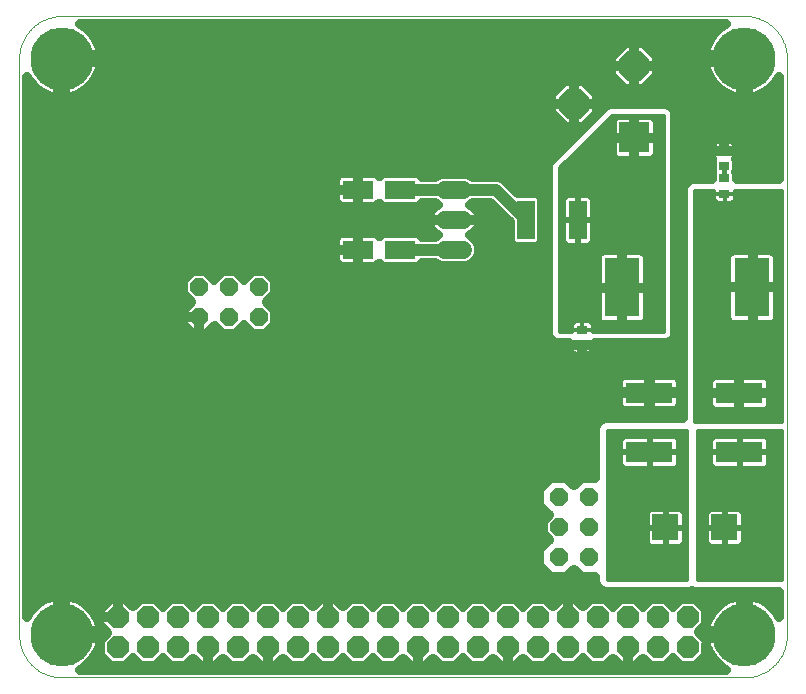
<source format=gtl>
G75*
%MOIN*%
%OFA0B0*%
%FSLAX25Y25*%
%IPPOS*%
%LPD*%
%AMOC8*
5,1,8,0,0,1.08239X$1,22.5*
%
%ADD10C,0.00000*%
%ADD11C,0.21000*%
%ADD12R,0.06102X0.12992*%
%ADD13C,0.06000*%
%ADD14R,0.10236X0.06299*%
%ADD15R,0.15748X0.07087*%
%ADD16R,0.11811X0.19685*%
%ADD17R,0.03543X0.02756*%
%ADD18OC8,0.06000*%
%ADD19R,0.08600X0.08600*%
%ADD20R,0.10000X0.10000*%
%ADD21OC8,0.10000*%
%ADD22OC8,0.07400*%
%ADD23C,0.03200*%
%ADD24C,0.02000*%
%ADD25C,0.04000*%
%ADD26C,0.01000*%
%ADD27C,0.01600*%
D10*
X0016773Y0004109D02*
X0244332Y0004109D01*
X0244674Y0004113D01*
X0245017Y0004126D01*
X0245359Y0004146D01*
X0245700Y0004175D01*
X0246040Y0004212D01*
X0246380Y0004258D01*
X0246718Y0004311D01*
X0247055Y0004373D01*
X0247390Y0004443D01*
X0247724Y0004521D01*
X0248055Y0004607D01*
X0248385Y0004701D01*
X0248712Y0004803D01*
X0249036Y0004912D01*
X0249358Y0005030D01*
X0249677Y0005155D01*
X0249992Y0005288D01*
X0250305Y0005429D01*
X0250613Y0005577D01*
X0250919Y0005732D01*
X0251220Y0005895D01*
X0251517Y0006065D01*
X0251810Y0006242D01*
X0252099Y0006427D01*
X0252383Y0006618D01*
X0252663Y0006816D01*
X0252937Y0007020D01*
X0253207Y0007232D01*
X0253471Y0007449D01*
X0253730Y0007673D01*
X0253984Y0007904D01*
X0254232Y0008140D01*
X0254474Y0008382D01*
X0254710Y0008630D01*
X0254941Y0008884D01*
X0255165Y0009143D01*
X0255382Y0009407D01*
X0255594Y0009677D01*
X0255798Y0009951D01*
X0255996Y0010231D01*
X0256187Y0010515D01*
X0256372Y0010804D01*
X0256549Y0011097D01*
X0256719Y0011394D01*
X0256882Y0011695D01*
X0257037Y0012001D01*
X0257185Y0012309D01*
X0257326Y0012622D01*
X0257459Y0012937D01*
X0257584Y0013256D01*
X0257702Y0013578D01*
X0257811Y0013902D01*
X0257913Y0014229D01*
X0258007Y0014559D01*
X0258093Y0014890D01*
X0258171Y0015224D01*
X0258241Y0015559D01*
X0258303Y0015896D01*
X0258356Y0016234D01*
X0258402Y0016574D01*
X0258439Y0016914D01*
X0258468Y0017255D01*
X0258488Y0017597D01*
X0258501Y0017940D01*
X0258505Y0018282D01*
X0258506Y0018282D02*
X0258506Y0210408D01*
X0258505Y0210408D02*
X0258501Y0210750D01*
X0258488Y0211093D01*
X0258468Y0211435D01*
X0258439Y0211776D01*
X0258402Y0212116D01*
X0258356Y0212456D01*
X0258303Y0212794D01*
X0258241Y0213131D01*
X0258171Y0213466D01*
X0258093Y0213800D01*
X0258007Y0214131D01*
X0257913Y0214461D01*
X0257811Y0214788D01*
X0257702Y0215112D01*
X0257584Y0215434D01*
X0257459Y0215753D01*
X0257326Y0216068D01*
X0257185Y0216381D01*
X0257037Y0216689D01*
X0256882Y0216995D01*
X0256719Y0217296D01*
X0256549Y0217593D01*
X0256372Y0217886D01*
X0256187Y0218175D01*
X0255996Y0218459D01*
X0255798Y0218739D01*
X0255594Y0219013D01*
X0255382Y0219283D01*
X0255165Y0219547D01*
X0254941Y0219806D01*
X0254710Y0220060D01*
X0254474Y0220308D01*
X0254232Y0220550D01*
X0253984Y0220786D01*
X0253730Y0221017D01*
X0253471Y0221241D01*
X0253207Y0221458D01*
X0252937Y0221670D01*
X0252663Y0221874D01*
X0252383Y0222072D01*
X0252099Y0222263D01*
X0251810Y0222448D01*
X0251517Y0222625D01*
X0251220Y0222795D01*
X0250919Y0222958D01*
X0250613Y0223113D01*
X0250305Y0223261D01*
X0249992Y0223402D01*
X0249677Y0223535D01*
X0249358Y0223660D01*
X0249036Y0223778D01*
X0248712Y0223887D01*
X0248385Y0223989D01*
X0248055Y0224083D01*
X0247724Y0224169D01*
X0247390Y0224247D01*
X0247055Y0224317D01*
X0246718Y0224379D01*
X0246380Y0224432D01*
X0246040Y0224478D01*
X0245700Y0224515D01*
X0245359Y0224544D01*
X0245017Y0224564D01*
X0244674Y0224577D01*
X0244332Y0224581D01*
X0016773Y0224581D01*
X0016431Y0224577D01*
X0016088Y0224564D01*
X0015746Y0224544D01*
X0015405Y0224515D01*
X0015065Y0224478D01*
X0014725Y0224432D01*
X0014387Y0224379D01*
X0014050Y0224317D01*
X0013715Y0224247D01*
X0013381Y0224169D01*
X0013050Y0224083D01*
X0012720Y0223989D01*
X0012393Y0223887D01*
X0012069Y0223778D01*
X0011747Y0223660D01*
X0011428Y0223535D01*
X0011113Y0223402D01*
X0010800Y0223261D01*
X0010492Y0223113D01*
X0010186Y0222958D01*
X0009885Y0222795D01*
X0009588Y0222625D01*
X0009295Y0222448D01*
X0009006Y0222263D01*
X0008722Y0222072D01*
X0008442Y0221874D01*
X0008168Y0221670D01*
X0007898Y0221458D01*
X0007634Y0221241D01*
X0007375Y0221017D01*
X0007121Y0220786D01*
X0006873Y0220550D01*
X0006631Y0220308D01*
X0006395Y0220060D01*
X0006164Y0219806D01*
X0005940Y0219547D01*
X0005723Y0219283D01*
X0005511Y0219013D01*
X0005307Y0218739D01*
X0005109Y0218459D01*
X0004918Y0218175D01*
X0004733Y0217886D01*
X0004556Y0217593D01*
X0004386Y0217296D01*
X0004223Y0216995D01*
X0004068Y0216689D01*
X0003920Y0216381D01*
X0003779Y0216068D01*
X0003646Y0215753D01*
X0003521Y0215434D01*
X0003403Y0215112D01*
X0003294Y0214788D01*
X0003192Y0214461D01*
X0003098Y0214131D01*
X0003012Y0213800D01*
X0002934Y0213466D01*
X0002864Y0213131D01*
X0002802Y0212794D01*
X0002749Y0212456D01*
X0002703Y0212116D01*
X0002666Y0211776D01*
X0002637Y0211435D01*
X0002617Y0211093D01*
X0002604Y0210750D01*
X0002600Y0210408D01*
X0002600Y0018282D01*
X0002604Y0017940D01*
X0002617Y0017597D01*
X0002637Y0017255D01*
X0002666Y0016914D01*
X0002703Y0016574D01*
X0002749Y0016234D01*
X0002802Y0015896D01*
X0002864Y0015559D01*
X0002934Y0015224D01*
X0003012Y0014890D01*
X0003098Y0014559D01*
X0003192Y0014229D01*
X0003294Y0013902D01*
X0003403Y0013578D01*
X0003521Y0013256D01*
X0003646Y0012937D01*
X0003779Y0012622D01*
X0003920Y0012309D01*
X0004068Y0012001D01*
X0004223Y0011695D01*
X0004386Y0011394D01*
X0004556Y0011097D01*
X0004733Y0010804D01*
X0004918Y0010515D01*
X0005109Y0010231D01*
X0005307Y0009951D01*
X0005511Y0009677D01*
X0005723Y0009407D01*
X0005940Y0009143D01*
X0006164Y0008884D01*
X0006395Y0008630D01*
X0006631Y0008382D01*
X0006873Y0008140D01*
X0007121Y0007904D01*
X0007375Y0007673D01*
X0007634Y0007449D01*
X0007898Y0007232D01*
X0008168Y0007020D01*
X0008442Y0006816D01*
X0008722Y0006618D01*
X0009006Y0006427D01*
X0009295Y0006242D01*
X0009588Y0006065D01*
X0009885Y0005895D01*
X0010186Y0005732D01*
X0010492Y0005577D01*
X0010800Y0005429D01*
X0011113Y0005288D01*
X0011428Y0005155D01*
X0011747Y0005030D01*
X0012069Y0004912D01*
X0012393Y0004803D01*
X0012720Y0004701D01*
X0013050Y0004607D01*
X0013381Y0004521D01*
X0013715Y0004443D01*
X0014050Y0004373D01*
X0014387Y0004311D01*
X0014725Y0004258D01*
X0015065Y0004212D01*
X0015405Y0004175D01*
X0015746Y0004146D01*
X0016088Y0004126D01*
X0016431Y0004113D01*
X0016773Y0004109D01*
D11*
X0016773Y0018282D03*
X0016773Y0210408D03*
X0244332Y0210408D03*
X0244332Y0018282D03*
D12*
X0188702Y0156609D03*
X0171498Y0156609D03*
D13*
X0150600Y0156609D02*
X0144600Y0156609D01*
X0144600Y0166609D02*
X0150600Y0166609D01*
X0150600Y0146609D02*
X0144600Y0146609D01*
D14*
X0129687Y0146609D03*
X0115513Y0146609D03*
X0115513Y0166609D03*
X0129687Y0166609D03*
D15*
X0212600Y0098951D03*
X0212600Y0079266D03*
X0242600Y0079266D03*
X0242600Y0098951D03*
D16*
X0246754Y0134109D03*
X0203446Y0134109D03*
D17*
X0190100Y0120093D03*
X0190100Y0114975D03*
X0237600Y0165369D03*
X0237600Y0170487D03*
X0237600Y0174581D03*
X0237600Y0179699D03*
D18*
X0192600Y0064109D03*
X0182600Y0064109D03*
X0182600Y0054109D03*
X0192600Y0054109D03*
X0192600Y0044109D03*
X0182600Y0044109D03*
X0082600Y0124109D03*
X0072600Y0124109D03*
X0062600Y0124109D03*
X0062600Y0134109D03*
X0072600Y0134109D03*
X0082600Y0134109D03*
D19*
X0217915Y0054109D03*
X0237600Y0054109D03*
D20*
X0207600Y0184109D03*
D21*
X0187600Y0195359D03*
X0207600Y0207859D03*
D22*
X0205541Y0024117D03*
X0215541Y0024117D03*
X0225541Y0024117D03*
X0225541Y0014117D03*
X0215541Y0014117D03*
X0205541Y0014117D03*
X0195541Y0014117D03*
X0185541Y0014117D03*
X0175541Y0014117D03*
X0165541Y0014117D03*
X0155541Y0014117D03*
X0145541Y0014117D03*
X0135541Y0014117D03*
X0125541Y0014117D03*
X0115541Y0014117D03*
X0105541Y0014117D03*
X0095541Y0014117D03*
X0085541Y0014117D03*
X0075541Y0014117D03*
X0065541Y0014117D03*
X0055541Y0014117D03*
X0045541Y0014117D03*
X0035541Y0014117D03*
X0035541Y0024117D03*
X0045541Y0024117D03*
X0055541Y0024117D03*
X0065541Y0024117D03*
X0075541Y0024117D03*
X0085541Y0024117D03*
X0095541Y0024117D03*
X0105541Y0024117D03*
X0115541Y0024117D03*
X0125541Y0024117D03*
X0135541Y0024117D03*
X0145541Y0024117D03*
X0155541Y0024117D03*
X0165541Y0024117D03*
X0175541Y0024117D03*
X0185541Y0024117D03*
X0195541Y0024117D03*
D23*
X0190682Y0027885D02*
X0188150Y0030417D01*
X0185541Y0030417D01*
X0182931Y0030417D01*
X0180400Y0027885D01*
X0178068Y0030217D01*
X0173014Y0030217D01*
X0170541Y0027743D01*
X0168068Y0030217D01*
X0163014Y0030217D01*
X0160541Y0027743D01*
X0158068Y0030217D01*
X0153014Y0030217D01*
X0150541Y0027743D01*
X0148068Y0030217D01*
X0143014Y0030217D01*
X0140541Y0027743D01*
X0138068Y0030217D01*
X0133014Y0030217D01*
X0130541Y0027743D01*
X0128068Y0030217D01*
X0123014Y0030217D01*
X0120541Y0027743D01*
X0118068Y0030217D01*
X0113014Y0030217D01*
X0110682Y0027885D01*
X0108150Y0030417D01*
X0105541Y0030417D01*
X0102931Y0030417D01*
X0100400Y0027885D01*
X0098068Y0030217D01*
X0093014Y0030217D01*
X0090541Y0027743D01*
X0088068Y0030217D01*
X0083014Y0030217D01*
X0080541Y0027743D01*
X0078068Y0030217D01*
X0073014Y0030217D01*
X0070541Y0027743D01*
X0068068Y0030217D01*
X0063014Y0030217D01*
X0060541Y0027743D01*
X0058068Y0030217D01*
X0053014Y0030217D01*
X0050541Y0027743D01*
X0048068Y0030217D01*
X0043014Y0030217D01*
X0040682Y0027885D01*
X0038150Y0030417D01*
X0035541Y0030417D01*
X0032931Y0030417D01*
X0029241Y0026726D01*
X0029241Y0024117D01*
X0035541Y0024117D01*
X0035541Y0024117D01*
X0035541Y0030417D01*
X0035541Y0024117D01*
X0035541Y0024116D01*
X0029241Y0024116D01*
X0029241Y0022309D01*
X0029122Y0022700D01*
X0028630Y0023890D01*
X0028023Y0025025D01*
X0027308Y0026095D01*
X0026491Y0027090D01*
X0025581Y0028000D01*
X0024586Y0028817D01*
X0023516Y0029532D01*
X0022381Y0030138D01*
X0021192Y0030631D01*
X0019960Y0031005D01*
X0018698Y0031256D01*
X0017929Y0031331D01*
X0017929Y0019438D01*
X0015617Y0019438D01*
X0015617Y0031331D01*
X0014849Y0031256D01*
X0013586Y0031005D01*
X0012355Y0030631D01*
X0011165Y0030138D01*
X0010030Y0029532D01*
X0008960Y0028817D01*
X0007965Y0028000D01*
X0007055Y0027090D01*
X0006239Y0026095D01*
X0005523Y0025025D01*
X0005200Y0024420D01*
X0005200Y0204270D01*
X0005523Y0203665D01*
X0006239Y0202595D01*
X0007055Y0201600D01*
X0007965Y0200690D01*
X0008960Y0199873D01*
X0010030Y0199158D01*
X0011165Y0198551D01*
X0012355Y0198059D01*
X0013586Y0197685D01*
X0014849Y0197434D01*
X0015617Y0197358D01*
X0015617Y0209252D01*
X0017929Y0209252D01*
X0017929Y0197358D01*
X0018698Y0197434D01*
X0019960Y0197685D01*
X0021192Y0198059D01*
X0022381Y0198551D01*
X0023516Y0199158D01*
X0024586Y0199873D01*
X0025581Y0200690D01*
X0026491Y0201600D01*
X0027308Y0202595D01*
X0028023Y0203665D01*
X0028630Y0204800D01*
X0029122Y0205989D01*
X0029496Y0207221D01*
X0029747Y0208483D01*
X0029823Y0209252D01*
X0017929Y0209252D01*
X0017929Y0211564D01*
X0029823Y0211564D01*
X0029747Y0212332D01*
X0029496Y0213595D01*
X0029122Y0214826D01*
X0028630Y0216016D01*
X0028023Y0217151D01*
X0027308Y0218221D01*
X0026491Y0219216D01*
X0025581Y0220126D01*
X0024586Y0220943D01*
X0023516Y0221658D01*
X0022911Y0221981D01*
X0238195Y0221981D01*
X0237589Y0221658D01*
X0236519Y0220943D01*
X0235524Y0220126D01*
X0234614Y0219216D01*
X0233798Y0218221D01*
X0233082Y0217151D01*
X0232476Y0216016D01*
X0231983Y0214826D01*
X0231610Y0213595D01*
X0231358Y0212332D01*
X0231283Y0211564D01*
X0243176Y0211564D01*
X0243176Y0209252D01*
X0231283Y0209252D01*
X0231358Y0208483D01*
X0231610Y0207221D01*
X0231983Y0205989D01*
X0232476Y0204800D01*
X0233082Y0203665D01*
X0233798Y0202595D01*
X0234614Y0201600D01*
X0235524Y0200690D01*
X0236519Y0199873D01*
X0237589Y0199158D01*
X0238725Y0198551D01*
X0239914Y0198059D01*
X0241145Y0197685D01*
X0242408Y0197434D01*
X0243176Y0197358D01*
X0243176Y0209252D01*
X0245488Y0209252D01*
X0245488Y0197358D01*
X0246257Y0197434D01*
X0247519Y0197685D01*
X0248751Y0198059D01*
X0249940Y0198551D01*
X0251075Y0199158D01*
X0252145Y0199873D01*
X0253140Y0200690D01*
X0254050Y0201600D01*
X0254867Y0202595D01*
X0255582Y0203665D01*
X0255906Y0204270D01*
X0255906Y0170283D01*
X0241772Y0170283D01*
X0241772Y0172342D01*
X0241692Y0172534D01*
X0241772Y0172726D01*
X0241772Y0176436D01*
X0241568Y0176928D01*
X0241676Y0177090D01*
X0241872Y0177563D01*
X0241972Y0178065D01*
X0241972Y0179699D01*
X0237600Y0179699D01*
X0237600Y0179699D01*
X0233228Y0179699D01*
X0233228Y0178065D01*
X0233328Y0177563D01*
X0233524Y0177090D01*
X0233632Y0176928D01*
X0233428Y0176436D01*
X0233428Y0172726D01*
X0233508Y0172534D01*
X0233428Y0172342D01*
X0233428Y0170283D01*
X0226869Y0170283D01*
X0225518Y0169724D01*
X0224485Y0168690D01*
X0223925Y0167340D01*
X0223925Y0090677D01*
X0197791Y0090677D01*
X0196295Y0090058D01*
X0195151Y0088913D01*
X0194531Y0087418D01*
X0194531Y0070677D01*
X0189879Y0070677D01*
X0187600Y0068398D01*
X0185321Y0070677D01*
X0179879Y0070677D01*
X0176031Y0066829D01*
X0176031Y0061388D01*
X0179137Y0058282D01*
X0177200Y0056345D01*
X0177200Y0051872D01*
X0179137Y0049935D01*
X0176031Y0046829D01*
X0176031Y0041388D01*
X0179879Y0037540D01*
X0185321Y0037540D01*
X0187600Y0039819D01*
X0189879Y0037540D01*
X0194531Y0037540D01*
X0194531Y0035799D01*
X0195151Y0034304D01*
X0196295Y0033160D01*
X0197791Y0032540D01*
X0225909Y0032540D01*
X0226850Y0032930D01*
X0227791Y0032540D01*
X0255906Y0032540D01*
X0255906Y0024420D01*
X0255582Y0025025D01*
X0254867Y0026095D01*
X0254050Y0027090D01*
X0253140Y0028000D01*
X0252145Y0028817D01*
X0251075Y0029532D01*
X0249940Y0030138D01*
X0248751Y0030631D01*
X0247519Y0031005D01*
X0246257Y0031256D01*
X0245488Y0031331D01*
X0245488Y0019438D01*
X0243176Y0019438D01*
X0243176Y0017126D01*
X0231283Y0017126D01*
X0231296Y0016988D01*
X0229168Y0019117D01*
X0231641Y0021590D01*
X0231641Y0026643D01*
X0228068Y0030217D01*
X0223014Y0030217D01*
X0220541Y0027743D01*
X0218068Y0030217D01*
X0213014Y0030217D01*
X0210541Y0027743D01*
X0208068Y0030217D01*
X0203014Y0030217D01*
X0200541Y0027743D01*
X0198068Y0030217D01*
X0193014Y0030217D01*
X0190682Y0027885D01*
X0188870Y0029697D02*
X0192494Y0029697D01*
X0196933Y0032895D02*
X0005200Y0032895D01*
X0005200Y0029697D02*
X0010339Y0029697D01*
X0006569Y0026498D02*
X0005200Y0026498D01*
X0005200Y0036094D02*
X0194531Y0036094D01*
X0188127Y0039292D02*
X0187073Y0039292D01*
X0178127Y0039292D02*
X0005200Y0039292D01*
X0005200Y0042491D02*
X0176031Y0042491D01*
X0176031Y0045689D02*
X0005200Y0045689D01*
X0005200Y0048888D02*
X0178090Y0048888D01*
X0177200Y0052086D02*
X0005200Y0052086D01*
X0005200Y0055285D02*
X0177200Y0055285D01*
X0178936Y0058483D02*
X0005200Y0058483D01*
X0005200Y0061682D02*
X0176031Y0061682D01*
X0176031Y0064880D02*
X0005200Y0064880D01*
X0005200Y0068079D02*
X0177281Y0068079D01*
X0194531Y0071277D02*
X0005200Y0071277D01*
X0005200Y0074476D02*
X0194531Y0074476D01*
X0194531Y0077674D02*
X0005200Y0077674D01*
X0005200Y0080873D02*
X0194531Y0080873D01*
X0194531Y0084071D02*
X0005200Y0084071D01*
X0005200Y0087270D02*
X0194531Y0087270D01*
X0197287Y0090468D02*
X0005200Y0090468D01*
X0005200Y0093667D02*
X0202790Y0093667D01*
X0202706Y0093750D02*
X0203069Y0093388D01*
X0203494Y0093104D01*
X0203968Y0092908D01*
X0204470Y0092808D01*
X0212428Y0092808D01*
X0212428Y0098779D01*
X0212772Y0098779D01*
X0212772Y0092808D01*
X0220730Y0092808D01*
X0221232Y0092908D01*
X0221706Y0093104D01*
X0222131Y0093388D01*
X0222494Y0093750D01*
X0222778Y0094176D01*
X0222974Y0094649D01*
X0223074Y0095152D01*
X0223074Y0098780D01*
X0212772Y0098780D01*
X0212772Y0099123D01*
X0223074Y0099123D01*
X0223074Y0102751D01*
X0222974Y0103253D01*
X0222778Y0103726D01*
X0222494Y0104152D01*
X0222131Y0104514D01*
X0221706Y0104799D01*
X0221232Y0104995D01*
X0220730Y0105094D01*
X0212772Y0105094D01*
X0212772Y0099123D01*
X0212428Y0099123D01*
X0212428Y0098780D01*
X0202126Y0098780D01*
X0202126Y0095152D01*
X0202226Y0094649D01*
X0202422Y0094176D01*
X0202706Y0093750D01*
X0202126Y0096865D02*
X0005200Y0096865D01*
X0005200Y0100064D02*
X0202126Y0100064D01*
X0202126Y0099123D02*
X0212428Y0099123D01*
X0212428Y0105094D01*
X0204470Y0105094D01*
X0203968Y0104995D01*
X0203494Y0104799D01*
X0203069Y0104514D01*
X0202706Y0104152D01*
X0202422Y0103726D01*
X0202226Y0103253D01*
X0202126Y0102751D01*
X0202126Y0099123D01*
X0202230Y0103263D02*
X0005200Y0103263D01*
X0005200Y0106461D02*
X0223925Y0106461D01*
X0223925Y0103263D02*
X0222970Y0103263D01*
X0223074Y0100064D02*
X0223925Y0100064D01*
X0223925Y0096865D02*
X0223074Y0096865D01*
X0222410Y0093667D02*
X0223925Y0093667D01*
X0231850Y0098859D02*
X0254850Y0098859D01*
X0242600Y0093359D02*
X0242600Y0106359D01*
X0247149Y0117977D02*
X0247149Y0148477D01*
X0254850Y0134109D02*
X0231850Y0134109D01*
X0223925Y0135248D02*
X0221275Y0135248D01*
X0221275Y0138446D02*
X0223925Y0138446D01*
X0223925Y0141645D02*
X0221275Y0141645D01*
X0221275Y0144843D02*
X0223925Y0144843D01*
X0223925Y0148042D02*
X0221275Y0148042D01*
X0221275Y0151240D02*
X0223925Y0151240D01*
X0223925Y0154439D02*
X0221275Y0154439D01*
X0221275Y0157637D02*
X0223925Y0157637D01*
X0223925Y0160836D02*
X0221275Y0160836D01*
X0221275Y0164034D02*
X0223925Y0164034D01*
X0223925Y0167233D02*
X0221275Y0167233D01*
X0221275Y0170431D02*
X0233428Y0170431D01*
X0233428Y0173630D02*
X0221275Y0173630D01*
X0221275Y0176828D02*
X0233591Y0176828D01*
X0233228Y0179699D02*
X0237600Y0179699D01*
X0237600Y0179699D01*
X0241972Y0179699D01*
X0241972Y0181333D01*
X0241872Y0181836D01*
X0241676Y0182309D01*
X0241391Y0182735D01*
X0241029Y0183097D01*
X0240603Y0183381D01*
X0240130Y0183577D01*
X0239628Y0183677D01*
X0237600Y0183677D01*
X0237600Y0179699D01*
X0237600Y0183677D01*
X0235572Y0183677D01*
X0235070Y0183577D01*
X0234597Y0183381D01*
X0234171Y0183097D01*
X0233809Y0182735D01*
X0233524Y0182309D01*
X0233328Y0181836D01*
X0233228Y0181333D01*
X0233228Y0179699D01*
X0233228Y0180027D02*
X0221275Y0180027D01*
X0221275Y0183225D02*
X0234363Y0183225D01*
X0237600Y0183225D02*
X0237600Y0183225D01*
X0237600Y0180027D02*
X0237600Y0180027D01*
X0237600Y0179699D02*
X0237600Y0179699D01*
X0241972Y0180027D02*
X0255906Y0180027D01*
X0255906Y0183225D02*
X0240837Y0183225D01*
X0241609Y0176828D02*
X0255906Y0176828D01*
X0255906Y0173630D02*
X0241772Y0173630D01*
X0241772Y0170431D02*
X0255906Y0170431D01*
X0255906Y0186424D02*
X0221275Y0186424D01*
X0221275Y0189622D02*
X0255906Y0189622D01*
X0255906Y0192821D02*
X0221075Y0192821D01*
X0221275Y0192340D02*
X0220715Y0193690D01*
X0219682Y0194724D01*
X0218331Y0195283D01*
X0199369Y0195283D01*
X0198018Y0194724D01*
X0179485Y0176190D01*
X0178925Y0174840D01*
X0178925Y0118378D01*
X0179485Y0117027D01*
X0180518Y0115993D01*
X0181869Y0115434D01*
X0185728Y0115434D01*
X0185728Y0114975D01*
X0190100Y0114975D01*
X0194472Y0114975D01*
X0194472Y0115434D01*
X0218331Y0115434D01*
X0219682Y0115993D01*
X0220715Y0117027D01*
X0221275Y0118378D01*
X0221275Y0192340D01*
X0216350Y0183859D02*
X0197350Y0183859D01*
X0190748Y0187759D02*
X0195200Y0192211D01*
X0195200Y0195359D01*
X0195200Y0198507D01*
X0190748Y0202959D01*
X0187600Y0202959D01*
X0184452Y0202959D01*
X0180000Y0198507D01*
X0180000Y0195359D01*
X0187600Y0195359D01*
X0187600Y0202959D01*
X0187600Y0195359D01*
X0187600Y0195359D01*
X0187600Y0195359D01*
X0195200Y0195359D01*
X0187600Y0195359D01*
X0187600Y0195359D01*
X0180000Y0195359D01*
X0180000Y0192211D01*
X0184452Y0187759D01*
X0187600Y0187759D01*
X0190748Y0187759D01*
X0189718Y0186424D02*
X0005200Y0186424D01*
X0005200Y0183225D02*
X0186520Y0183225D01*
X0183321Y0180027D02*
X0005200Y0180027D01*
X0005200Y0176828D02*
X0180123Y0176828D01*
X0178925Y0173630D02*
X0005200Y0173630D01*
X0005200Y0170431D02*
X0107878Y0170431D01*
X0107895Y0170517D02*
X0107795Y0170014D01*
X0107795Y0166609D01*
X0115513Y0166609D01*
X0115513Y0172358D01*
X0110139Y0172358D01*
X0109637Y0172258D01*
X0109164Y0172062D01*
X0108738Y0171778D01*
X0108376Y0171416D01*
X0108091Y0170990D01*
X0107895Y0170517D01*
X0107795Y0167233D02*
X0005200Y0167233D01*
X0005200Y0164034D02*
X0107795Y0164034D01*
X0107795Y0163203D02*
X0107895Y0162701D01*
X0108091Y0162227D01*
X0108376Y0161802D01*
X0108738Y0161440D01*
X0109164Y0161155D01*
X0109637Y0160959D01*
X0110139Y0160859D01*
X0115513Y0160859D01*
X0115513Y0166609D01*
X0115513Y0166609D01*
X0115513Y0166609D01*
X0107795Y0166609D01*
X0107795Y0163203D01*
X0115513Y0164034D02*
X0115513Y0164034D01*
X0115513Y0166609D02*
X0115513Y0160859D01*
X0120888Y0160859D01*
X0121390Y0160959D01*
X0121863Y0161155D01*
X0122289Y0161440D01*
X0122651Y0161802D01*
X0122723Y0161910D01*
X0123209Y0161424D01*
X0124091Y0161059D01*
X0135282Y0161059D01*
X0136164Y0161424D01*
X0136839Y0162100D01*
X0136885Y0162209D01*
X0141363Y0162209D01*
X0141541Y0162031D01*
X0142294Y0161719D01*
X0141665Y0161398D01*
X0140952Y0160880D01*
X0140329Y0160257D01*
X0139810Y0159544D01*
X0139410Y0158758D01*
X0139138Y0157920D01*
X0139000Y0157049D01*
X0139000Y0156609D01*
X0147600Y0156609D01*
X0147600Y0156609D01*
X0156200Y0156609D01*
X0156200Y0157049D01*
X0156062Y0157920D01*
X0155790Y0158758D01*
X0155390Y0159544D01*
X0154871Y0160257D01*
X0154248Y0160880D01*
X0153535Y0161398D01*
X0152906Y0161719D01*
X0153659Y0162031D01*
X0153837Y0162209D01*
X0159675Y0162209D01*
X0166046Y0155837D01*
X0166046Y0149635D01*
X0166412Y0148753D01*
X0167087Y0148078D01*
X0167969Y0147713D01*
X0175026Y0147713D01*
X0175908Y0148078D01*
X0176583Y0148753D01*
X0176949Y0149635D01*
X0176949Y0163582D01*
X0176583Y0164464D01*
X0175908Y0165139D01*
X0175026Y0165505D01*
X0168824Y0165505D01*
X0165228Y0169101D01*
X0163990Y0170339D01*
X0162373Y0171009D01*
X0153837Y0171009D01*
X0153659Y0171187D01*
X0151674Y0172009D01*
X0143526Y0172009D01*
X0141541Y0171187D01*
X0141363Y0171009D01*
X0136885Y0171009D01*
X0136839Y0171118D01*
X0136164Y0171793D01*
X0135282Y0172158D01*
X0124091Y0172158D01*
X0123209Y0171793D01*
X0122723Y0171307D01*
X0122651Y0171416D01*
X0122289Y0171778D01*
X0121863Y0172062D01*
X0121390Y0172258D01*
X0120888Y0172358D01*
X0115513Y0172358D01*
X0115513Y0166609D01*
X0115513Y0166609D01*
X0115513Y0167233D02*
X0115513Y0167233D01*
X0115513Y0170431D02*
X0115513Y0170431D01*
X0115513Y0152358D02*
X0110139Y0152358D01*
X0109637Y0152258D01*
X0109164Y0152062D01*
X0108738Y0151778D01*
X0108376Y0151416D01*
X0108091Y0150990D01*
X0107895Y0150517D01*
X0107795Y0150014D01*
X0107795Y0146609D01*
X0115513Y0146609D01*
X0115513Y0152358D01*
X0115513Y0146609D01*
X0115513Y0146609D01*
X0115513Y0146609D01*
X0107795Y0146609D01*
X0107795Y0143203D01*
X0107895Y0142701D01*
X0108091Y0142227D01*
X0108376Y0141802D01*
X0108738Y0141440D01*
X0109164Y0141155D01*
X0109637Y0140959D01*
X0110139Y0140859D01*
X0115513Y0140859D01*
X0115513Y0146609D01*
X0115513Y0146609D01*
X0115513Y0140859D01*
X0120888Y0140859D01*
X0121390Y0140959D01*
X0121863Y0141155D01*
X0122289Y0141440D01*
X0122651Y0141802D01*
X0122723Y0141910D01*
X0123209Y0141424D01*
X0124091Y0141059D01*
X0135282Y0141059D01*
X0136164Y0141424D01*
X0136839Y0142100D01*
X0136885Y0142209D01*
X0141363Y0142209D01*
X0141541Y0142031D01*
X0143526Y0141209D01*
X0151674Y0141209D01*
X0153659Y0142031D01*
X0155178Y0143550D01*
X0156000Y0145535D01*
X0156000Y0147683D01*
X0155178Y0149668D01*
X0153659Y0151187D01*
X0152906Y0151498D01*
X0153535Y0151819D01*
X0154248Y0152337D01*
X0154871Y0152961D01*
X0155390Y0153674D01*
X0155790Y0154459D01*
X0156062Y0155297D01*
X0156200Y0156168D01*
X0156200Y0156609D01*
X0147600Y0156609D01*
X0147600Y0156609D01*
X0139000Y0156609D01*
X0139000Y0156168D01*
X0139138Y0155297D01*
X0139410Y0154459D01*
X0139810Y0153674D01*
X0140329Y0152961D01*
X0140952Y0152337D01*
X0141665Y0151819D01*
X0142294Y0151498D01*
X0141541Y0151187D01*
X0141363Y0151009D01*
X0136885Y0151009D01*
X0136839Y0151118D01*
X0136164Y0151793D01*
X0135282Y0152158D01*
X0124091Y0152158D01*
X0123209Y0151793D01*
X0122723Y0151307D01*
X0122651Y0151416D01*
X0122289Y0151778D01*
X0121863Y0152062D01*
X0121390Y0152258D01*
X0120888Y0152358D01*
X0115513Y0152358D01*
X0115513Y0151240D02*
X0115513Y0151240D01*
X0115513Y0148042D02*
X0115513Y0148042D01*
X0115513Y0144843D02*
X0115513Y0144843D01*
X0115513Y0141645D02*
X0115513Y0141645D01*
X0122494Y0141645D02*
X0122989Y0141645D01*
X0136384Y0141645D02*
X0142473Y0141645D01*
X0141671Y0151240D02*
X0136717Y0151240D01*
X0139421Y0154439D02*
X0005200Y0154439D01*
X0005200Y0157637D02*
X0139093Y0157637D01*
X0140907Y0160836D02*
X0005200Y0160836D01*
X0005200Y0151240D02*
X0108258Y0151240D01*
X0107795Y0148042D02*
X0005200Y0148042D01*
X0005200Y0144843D02*
X0107795Y0144843D01*
X0108533Y0141645D02*
X0005200Y0141645D01*
X0005200Y0138446D02*
X0059301Y0138446D01*
X0060363Y0139509D02*
X0057200Y0136345D01*
X0057200Y0131872D01*
X0059822Y0129250D01*
X0057000Y0126428D01*
X0057000Y0124109D01*
X0062600Y0124109D01*
X0062600Y0124109D01*
X0057000Y0124109D01*
X0057000Y0121789D01*
X0060280Y0118509D01*
X0062600Y0118509D01*
X0064920Y0118509D01*
X0067741Y0121330D01*
X0070363Y0118709D01*
X0074837Y0118709D01*
X0077600Y0121472D01*
X0080363Y0118709D01*
X0084837Y0118709D01*
X0088000Y0121872D01*
X0088000Y0126345D01*
X0085237Y0129109D01*
X0088000Y0131872D01*
X0088000Y0136345D01*
X0084837Y0139509D01*
X0080363Y0139509D01*
X0077600Y0136745D01*
X0074837Y0139509D01*
X0070363Y0139509D01*
X0067600Y0136745D01*
X0064837Y0139509D01*
X0060363Y0139509D01*
X0057200Y0135248D02*
X0005200Y0135248D01*
X0005200Y0132049D02*
X0057200Y0132049D01*
X0059422Y0128851D02*
X0005200Y0128851D01*
X0005200Y0125652D02*
X0057000Y0125652D01*
X0057000Y0122454D02*
X0005200Y0122454D01*
X0005200Y0119255D02*
X0059534Y0119255D01*
X0062600Y0119255D02*
X0062600Y0119255D01*
X0062600Y0118509D02*
X0062600Y0124109D01*
X0062600Y0124109D01*
X0062600Y0118509D01*
X0065666Y0119255D02*
X0069817Y0119255D01*
X0075383Y0119255D02*
X0079817Y0119255D01*
X0085383Y0119255D02*
X0178925Y0119255D01*
X0180455Y0116057D02*
X0005200Y0116057D01*
X0005200Y0112858D02*
X0185824Y0112858D01*
X0185828Y0112838D02*
X0186024Y0112365D01*
X0186309Y0111939D01*
X0186671Y0111577D01*
X0187097Y0111293D01*
X0187570Y0111097D01*
X0188072Y0110997D01*
X0190100Y0110997D01*
X0192128Y0110997D01*
X0192630Y0111097D01*
X0193103Y0111293D01*
X0193529Y0111577D01*
X0193891Y0111939D01*
X0194176Y0112365D01*
X0194372Y0112838D01*
X0194472Y0113341D01*
X0194472Y0114975D01*
X0190100Y0114975D01*
X0190100Y0114975D01*
X0190100Y0114975D01*
X0185728Y0114975D01*
X0185728Y0113341D01*
X0185828Y0112838D01*
X0190100Y0112858D02*
X0190100Y0112858D01*
X0190100Y0110997D02*
X0190100Y0114975D01*
X0190100Y0114975D01*
X0190100Y0110997D01*
X0194376Y0112858D02*
X0223925Y0112858D01*
X0223925Y0116057D02*
X0219745Y0116057D01*
X0221275Y0119255D02*
X0223925Y0119255D01*
X0223925Y0122454D02*
X0221275Y0122454D01*
X0221275Y0125652D02*
X0223925Y0125652D01*
X0223925Y0128851D02*
X0221275Y0128851D01*
X0221275Y0132049D02*
X0223925Y0132049D01*
X0213850Y0133859D02*
X0192350Y0133859D01*
X0202600Y0134109D02*
X0203446Y0134109D01*
X0203600Y0120609D02*
X0203600Y0149609D01*
X0178925Y0148042D02*
X0175821Y0148042D01*
X0178925Y0144843D02*
X0155714Y0144843D01*
X0155851Y0148042D02*
X0167175Y0148042D01*
X0166046Y0151240D02*
X0153529Y0151240D01*
X0155779Y0154439D02*
X0166046Y0154439D01*
X0164247Y0157637D02*
X0156107Y0157637D01*
X0154293Y0160836D02*
X0161048Y0160836D01*
X0167096Y0167233D02*
X0178925Y0167233D01*
X0178925Y0164034D02*
X0176762Y0164034D01*
X0176949Y0160836D02*
X0178925Y0160836D01*
X0178925Y0157637D02*
X0176949Y0157637D01*
X0176949Y0154439D02*
X0178925Y0154439D01*
X0178925Y0151240D02*
X0176949Y0151240D01*
X0178925Y0141645D02*
X0152727Y0141645D01*
X0178925Y0138446D02*
X0085899Y0138446D01*
X0088000Y0135248D02*
X0178925Y0135248D01*
X0178925Y0132049D02*
X0088000Y0132049D01*
X0085495Y0128851D02*
X0178925Y0128851D01*
X0178925Y0125652D02*
X0088000Y0125652D01*
X0088000Y0122454D02*
X0178925Y0122454D01*
X0212428Y0103263D02*
X0212772Y0103263D01*
X0212772Y0100064D02*
X0212428Y0100064D01*
X0212428Y0096865D02*
X0212772Y0096865D01*
X0212772Y0093667D02*
X0212428Y0093667D01*
X0223925Y0109660D02*
X0005200Y0109660D01*
X0062600Y0122454D02*
X0062600Y0122454D01*
X0065899Y0138446D02*
X0069301Y0138446D01*
X0075899Y0138446D02*
X0079301Y0138446D01*
X0023606Y0199218D02*
X0180711Y0199218D01*
X0183910Y0202416D02*
X0027161Y0202416D01*
X0028967Y0205615D02*
X0200000Y0205615D01*
X0200000Y0204711D02*
X0204452Y0200259D01*
X0207600Y0200259D01*
X0210748Y0200259D01*
X0215200Y0204711D01*
X0215200Y0207859D01*
X0215200Y0211007D01*
X0210748Y0215459D01*
X0207600Y0215459D01*
X0204452Y0215459D01*
X0200000Y0211007D01*
X0200000Y0207859D01*
X0207600Y0207859D01*
X0207600Y0215459D01*
X0207600Y0207859D01*
X0207600Y0207859D01*
X0207600Y0207859D01*
X0215200Y0207859D01*
X0207600Y0207859D01*
X0207600Y0207859D01*
X0200000Y0207859D01*
X0200000Y0204711D01*
X0202294Y0202416D02*
X0191290Y0202416D01*
X0194489Y0199218D02*
X0237500Y0199218D01*
X0233944Y0202416D02*
X0212906Y0202416D01*
X0215200Y0205615D02*
X0232138Y0205615D01*
X0231326Y0208813D02*
X0215200Y0208813D01*
X0214195Y0212012D02*
X0231327Y0212012D01*
X0232142Y0215210D02*
X0210996Y0215210D01*
X0207600Y0215210D02*
X0207600Y0215210D01*
X0207600Y0212012D02*
X0207600Y0212012D01*
X0207600Y0208813D02*
X0207600Y0208813D01*
X0207600Y0207859D02*
X0207600Y0200259D01*
X0207600Y0207859D01*
X0207600Y0207859D01*
X0207600Y0205615D02*
X0207600Y0205615D01*
X0207600Y0202416D02*
X0207600Y0202416D01*
X0200000Y0208813D02*
X0029780Y0208813D01*
X0029779Y0212012D02*
X0201005Y0212012D01*
X0204204Y0215210D02*
X0028963Y0215210D01*
X0027154Y0218409D02*
X0233952Y0218409D01*
X0237514Y0221607D02*
X0023591Y0221607D01*
X0017929Y0208813D02*
X0015617Y0208813D01*
X0015617Y0205615D02*
X0017929Y0205615D01*
X0017929Y0202416D02*
X0015617Y0202416D01*
X0015617Y0199218D02*
X0017929Y0199218D01*
X0009941Y0199218D02*
X0005200Y0199218D01*
X0005200Y0202416D02*
X0006385Y0202416D01*
X0005200Y0196019D02*
X0180000Y0196019D01*
X0180000Y0192821D02*
X0005200Y0192821D01*
X0005200Y0189622D02*
X0182588Y0189622D01*
X0187600Y0189622D02*
X0187600Y0189622D01*
X0187600Y0187759D02*
X0187600Y0195359D01*
X0187600Y0195359D01*
X0187600Y0187759D01*
X0187600Y0192821D02*
X0187600Y0192821D01*
X0187600Y0196019D02*
X0187600Y0196019D01*
X0187600Y0199218D02*
X0187600Y0199218D01*
X0187600Y0202416D02*
X0187600Y0202416D01*
X0195200Y0196019D02*
X0255906Y0196019D01*
X0255906Y0199218D02*
X0251165Y0199218D01*
X0254721Y0202416D02*
X0255906Y0202416D01*
X0245488Y0202416D02*
X0243176Y0202416D01*
X0243176Y0199218D02*
X0245488Y0199218D01*
X0245488Y0205615D02*
X0243176Y0205615D01*
X0243176Y0208813D02*
X0245488Y0208813D01*
X0207600Y0190290D02*
X0207600Y0175109D01*
X0192917Y0189622D02*
X0192612Y0189622D01*
X0195200Y0192821D02*
X0196115Y0192821D01*
X0178925Y0170431D02*
X0163767Y0170431D01*
X0165228Y0169101D02*
X0165228Y0169101D01*
X0226767Y0032895D02*
X0226933Y0032895D01*
X0228587Y0029697D02*
X0237898Y0029697D01*
X0237589Y0029532D02*
X0238725Y0030138D01*
X0239914Y0030631D01*
X0241145Y0031005D01*
X0242408Y0031256D01*
X0243176Y0031331D01*
X0243176Y0019438D01*
X0231283Y0019438D01*
X0231358Y0020206D01*
X0231610Y0021469D01*
X0231983Y0022700D01*
X0232476Y0023890D01*
X0233082Y0025025D01*
X0233798Y0026095D01*
X0234614Y0027090D01*
X0235524Y0028000D01*
X0236519Y0028817D01*
X0237589Y0029532D01*
X0234129Y0026498D02*
X0231641Y0026498D01*
X0231641Y0023300D02*
X0232231Y0023300D01*
X0231348Y0020101D02*
X0230152Y0020101D01*
X0231641Y0014992D02*
X0231983Y0013863D01*
X0232476Y0012674D01*
X0233082Y0011539D01*
X0233798Y0010469D01*
X0234614Y0009474D01*
X0235524Y0008564D01*
X0236519Y0007747D01*
X0237589Y0007032D01*
X0238195Y0006709D01*
X0022911Y0006709D01*
X0023516Y0007032D01*
X0024586Y0007747D01*
X0025581Y0008564D01*
X0026491Y0009474D01*
X0027308Y0010469D01*
X0028023Y0011539D01*
X0028630Y0012674D01*
X0029122Y0013863D01*
X0029441Y0014914D01*
X0029441Y0011590D01*
X0033014Y0008017D01*
X0038068Y0008017D01*
X0040541Y0010490D01*
X0043014Y0008017D01*
X0048068Y0008017D01*
X0050541Y0010490D01*
X0053014Y0008017D01*
X0058068Y0008017D01*
X0060400Y0010348D01*
X0062931Y0007817D01*
X0065541Y0007817D01*
X0068150Y0007817D01*
X0070682Y0010348D01*
X0073014Y0008017D01*
X0078068Y0008017D01*
X0080400Y0010348D01*
X0082931Y0007817D01*
X0085541Y0007817D01*
X0088150Y0007817D01*
X0090682Y0010348D01*
X0093014Y0008017D01*
X0098068Y0008017D01*
X0100541Y0010490D01*
X0103014Y0008017D01*
X0108068Y0008017D01*
X0110541Y0010490D01*
X0113014Y0008017D01*
X0118068Y0008017D01*
X0120541Y0010490D01*
X0123014Y0008017D01*
X0128068Y0008017D01*
X0130400Y0010348D01*
X0132931Y0007817D01*
X0135541Y0007817D01*
X0138150Y0007817D01*
X0140682Y0010348D01*
X0143014Y0008017D01*
X0148068Y0008017D01*
X0150541Y0010490D01*
X0153014Y0008017D01*
X0158068Y0008017D01*
X0160400Y0010348D01*
X0162931Y0007817D01*
X0165541Y0007817D01*
X0168150Y0007817D01*
X0170682Y0010348D01*
X0173014Y0008017D01*
X0178068Y0008017D01*
X0180541Y0010490D01*
X0183014Y0008017D01*
X0188068Y0008017D01*
X0190541Y0010490D01*
X0193014Y0008017D01*
X0198068Y0008017D01*
X0200400Y0010348D01*
X0202931Y0007817D01*
X0205541Y0007817D01*
X0208150Y0007817D01*
X0210682Y0010348D01*
X0213014Y0008017D01*
X0218068Y0008017D01*
X0220541Y0010490D01*
X0223014Y0008017D01*
X0228068Y0008017D01*
X0231641Y0011590D01*
X0231641Y0014992D01*
X0231641Y0013704D02*
X0232049Y0013704D01*
X0230557Y0010506D02*
X0233773Y0010506D01*
X0237178Y0007307D02*
X0023928Y0007307D01*
X0027333Y0010506D02*
X0030525Y0010506D01*
X0029441Y0013704D02*
X0029056Y0013704D01*
X0029812Y0017014D02*
X0029823Y0017126D01*
X0017929Y0017126D01*
X0017929Y0019438D01*
X0029823Y0019438D01*
X0029747Y0020206D01*
X0029550Y0021198D01*
X0031773Y0018975D01*
X0029812Y0017014D01*
X0029757Y0020101D02*
X0030647Y0020101D01*
X0029241Y0023300D02*
X0028874Y0023300D01*
X0029241Y0026498D02*
X0026977Y0026498D01*
X0023207Y0029697D02*
X0032212Y0029697D01*
X0035541Y0029697D02*
X0035541Y0029697D01*
X0035541Y0026498D02*
X0035541Y0026498D01*
X0038870Y0029697D02*
X0042494Y0029697D01*
X0048587Y0029697D02*
X0052494Y0029697D01*
X0058587Y0029697D02*
X0062494Y0029697D01*
X0068587Y0029697D02*
X0072494Y0029697D01*
X0078587Y0029697D02*
X0082494Y0029697D01*
X0088587Y0029697D02*
X0092494Y0029697D01*
X0098587Y0029697D02*
X0102212Y0029697D01*
X0105541Y0029697D02*
X0105541Y0029697D01*
X0105541Y0030417D02*
X0105541Y0024117D01*
X0105541Y0024117D01*
X0105541Y0030417D01*
X0108870Y0029697D02*
X0112494Y0029697D01*
X0118587Y0029697D02*
X0122494Y0029697D01*
X0128587Y0029697D02*
X0132494Y0029697D01*
X0138587Y0029697D02*
X0142494Y0029697D01*
X0148587Y0029697D02*
X0152494Y0029697D01*
X0158587Y0029697D02*
X0162494Y0029697D01*
X0168587Y0029697D02*
X0172494Y0029697D01*
X0178587Y0029697D02*
X0182212Y0029697D01*
X0185541Y0029697D02*
X0185541Y0029697D01*
X0185541Y0030417D02*
X0185541Y0024117D01*
X0185541Y0024117D01*
X0185541Y0030417D01*
X0185541Y0026498D02*
X0185541Y0026498D01*
X0198587Y0029697D02*
X0202494Y0029697D01*
X0208587Y0029697D02*
X0212494Y0029697D01*
X0218587Y0029697D02*
X0222494Y0029697D01*
X0205541Y0014116D02*
X0205541Y0007817D01*
X0205541Y0014116D01*
X0205541Y0014116D01*
X0205541Y0013704D02*
X0205541Y0013704D01*
X0205541Y0010506D02*
X0205541Y0010506D01*
X0243176Y0020101D02*
X0245488Y0020101D01*
X0245488Y0023300D02*
X0243176Y0023300D01*
X0243176Y0026498D02*
X0245488Y0026498D01*
X0245488Y0029697D02*
X0243176Y0029697D01*
X0250766Y0029697D02*
X0255906Y0029697D01*
X0255906Y0026498D02*
X0254536Y0026498D01*
X0165541Y0014116D02*
X0165541Y0007817D01*
X0165541Y0014116D01*
X0165541Y0014116D01*
X0165541Y0013704D02*
X0165541Y0013704D01*
X0165541Y0010506D02*
X0165541Y0010506D01*
X0135541Y0010506D02*
X0135541Y0010506D01*
X0135541Y0007817D02*
X0135541Y0014116D01*
X0135541Y0014116D01*
X0135541Y0007817D01*
X0135541Y0013704D02*
X0135541Y0013704D01*
X0105541Y0026498D02*
X0105541Y0026498D01*
X0085541Y0014116D02*
X0085541Y0007817D01*
X0085541Y0014116D01*
X0085541Y0014116D01*
X0085541Y0013704D02*
X0085541Y0013704D01*
X0085541Y0010506D02*
X0085541Y0010506D01*
X0065541Y0010506D02*
X0065541Y0010506D01*
X0065541Y0007817D02*
X0065541Y0014116D01*
X0065541Y0014116D01*
X0065541Y0007817D01*
X0065541Y0013704D02*
X0065541Y0013704D01*
X0017929Y0020101D02*
X0015617Y0020101D01*
X0015617Y0023300D02*
X0017929Y0023300D01*
X0017929Y0026498D02*
X0015617Y0026498D01*
X0015617Y0029697D02*
X0017929Y0029697D01*
D24*
X0010100Y0041609D03*
X0010100Y0064109D03*
X0032600Y0046609D03*
X0042600Y0031609D03*
X0055100Y0041609D03*
X0060100Y0031609D03*
X0075100Y0046609D03*
X0080100Y0031609D03*
X0100100Y0031609D03*
X0110100Y0044109D03*
X0097600Y0061609D03*
X0120100Y0066609D03*
X0135100Y0054109D03*
X0135100Y0034109D03*
X0152600Y0034109D03*
X0165572Y0043400D03*
X0175100Y0044109D03*
X0187600Y0036609D03*
X0172600Y0031609D03*
X0155100Y0049109D03*
X0165100Y0064109D03*
X0177600Y0081609D03*
X0190100Y0074109D03*
X0197600Y0091609D03*
X0185100Y0094109D03*
X0177600Y0109109D03*
X0162600Y0106609D03*
X0162600Y0089109D03*
X0140100Y0074109D03*
X0132600Y0089109D03*
X0115100Y0106609D03*
X0102600Y0086609D03*
X0077600Y0076609D03*
X0062600Y0094109D03*
X0042600Y0089109D03*
X0025100Y0106609D03*
X0007600Y0116609D03*
X0025100Y0136609D03*
X0007600Y0149109D03*
X0027600Y0171609D03*
X0007600Y0176609D03*
X0007600Y0194109D03*
X0032600Y0194109D03*
X0047600Y0209109D03*
X0032600Y0219109D03*
X0052600Y0181609D03*
X0077600Y0199109D03*
X0077600Y0219109D03*
X0107600Y0199109D03*
X0130100Y0196609D03*
X0135100Y0176609D03*
X0155100Y0176609D03*
X0175100Y0171609D03*
X0177600Y0191609D03*
X0195100Y0201609D03*
X0175100Y0219109D03*
X0152600Y0199109D03*
X0150100Y0219109D03*
X0125100Y0219109D03*
X0100100Y0179109D03*
X0080100Y0159109D03*
X0102600Y0154109D03*
X0100100Y0129109D03*
X0080100Y0111609D03*
X0045100Y0116609D03*
X0010100Y0086609D03*
X0047600Y0066609D03*
X0030100Y0009109D03*
X0060887Y0007928D03*
X0090494Y0008321D03*
X0120887Y0007928D03*
X0150631Y0008321D03*
X0181025Y0008715D03*
X0200887Y0008321D03*
X0237856Y0033183D03*
X0255100Y0031609D03*
X0200100Y0106609D03*
X0220100Y0111609D03*
X0175100Y0134109D03*
X0162600Y0144109D03*
X0145100Y0136609D03*
X0160100Y0124109D03*
X0140100Y0111609D03*
X0125100Y0129109D03*
X0050100Y0151609D03*
X0225100Y0176609D03*
X0225100Y0191609D03*
X0225100Y0216609D03*
X0252600Y0191609D03*
X0252600Y0171609D03*
D25*
X0171498Y0156609D02*
X0161498Y0166609D01*
X0147600Y0166609D01*
X0129687Y0166609D01*
X0129687Y0146609D02*
X0147600Y0146609D01*
D26*
X0182600Y0146896D02*
X0217600Y0146896D01*
X0217600Y0147894D02*
X0182600Y0147894D01*
X0182600Y0148893D02*
X0184764Y0148893D01*
X0184730Y0148912D02*
X0185072Y0148715D01*
X0185454Y0148613D01*
X0188202Y0148613D01*
X0188202Y0156109D01*
X0184151Y0156109D01*
X0184151Y0149915D01*
X0184253Y0149534D01*
X0184451Y0149192D01*
X0184730Y0148912D01*
X0184158Y0149891D02*
X0182600Y0149891D01*
X0182600Y0150890D02*
X0184151Y0150890D01*
X0184151Y0151888D02*
X0182600Y0151888D01*
X0182600Y0152887D02*
X0184151Y0152887D01*
X0184151Y0153885D02*
X0182600Y0153885D01*
X0182600Y0154884D02*
X0184151Y0154884D01*
X0184151Y0155882D02*
X0182600Y0155882D01*
X0182600Y0156881D02*
X0188202Y0156881D01*
X0188202Y0157109D02*
X0188202Y0156109D01*
X0189202Y0156109D01*
X0189202Y0157109D01*
X0188202Y0157109D01*
X0184151Y0157109D01*
X0184151Y0163302D01*
X0184253Y0163684D01*
X0184451Y0164026D01*
X0184730Y0164305D01*
X0185072Y0164502D01*
X0185454Y0164605D01*
X0188202Y0164605D01*
X0188202Y0157109D01*
X0188202Y0157879D02*
X0189202Y0157879D01*
X0189202Y0157109D02*
X0189202Y0164605D01*
X0191951Y0164605D01*
X0192333Y0164502D01*
X0192675Y0164305D01*
X0192954Y0164026D01*
X0193151Y0163684D01*
X0193254Y0163302D01*
X0193254Y0157109D01*
X0189202Y0157109D01*
X0189202Y0156881D02*
X0217600Y0156881D01*
X0217600Y0157879D02*
X0193254Y0157879D01*
X0193254Y0158878D02*
X0217600Y0158878D01*
X0217600Y0159876D02*
X0193254Y0159876D01*
X0193254Y0160875D02*
X0217600Y0160875D01*
X0217600Y0161873D02*
X0193254Y0161873D01*
X0193254Y0162872D02*
X0217600Y0162872D01*
X0217600Y0163870D02*
X0193043Y0163870D01*
X0189202Y0163870D02*
X0188202Y0163870D01*
X0188202Y0162872D02*
X0189202Y0162872D01*
X0189202Y0161873D02*
X0188202Y0161873D01*
X0188202Y0160875D02*
X0189202Y0160875D01*
X0189202Y0159876D02*
X0188202Y0159876D01*
X0188202Y0158878D02*
X0189202Y0158878D01*
X0189202Y0156109D02*
X0193254Y0156109D01*
X0193254Y0149915D01*
X0193151Y0149534D01*
X0192954Y0149192D01*
X0192675Y0148912D01*
X0192333Y0148715D01*
X0191951Y0148613D01*
X0189202Y0148613D01*
X0189202Y0156109D01*
X0189202Y0155882D02*
X0188202Y0155882D01*
X0188202Y0154884D02*
X0189202Y0154884D01*
X0189202Y0153885D02*
X0188202Y0153885D01*
X0188202Y0152887D02*
X0189202Y0152887D01*
X0189202Y0151888D02*
X0188202Y0151888D01*
X0188202Y0150890D02*
X0189202Y0150890D01*
X0189202Y0149891D02*
X0188202Y0149891D01*
X0188202Y0148893D02*
X0189202Y0148893D01*
X0192641Y0148893D02*
X0217600Y0148893D01*
X0217600Y0149891D02*
X0193247Y0149891D01*
X0193254Y0150890D02*
X0217600Y0150890D01*
X0217600Y0151888D02*
X0193254Y0151888D01*
X0193254Y0152887D02*
X0217600Y0152887D01*
X0217600Y0153885D02*
X0193254Y0153885D01*
X0193254Y0154884D02*
X0217600Y0154884D01*
X0217600Y0155882D02*
X0193254Y0155882D01*
X0184151Y0157879D02*
X0182600Y0157879D01*
X0182600Y0158878D02*
X0184151Y0158878D01*
X0184151Y0159876D02*
X0182600Y0159876D01*
X0182600Y0160875D02*
X0184151Y0160875D01*
X0184151Y0161873D02*
X0182600Y0161873D01*
X0182600Y0162872D02*
X0184151Y0162872D01*
X0184361Y0163870D02*
X0182600Y0163870D01*
X0182600Y0164869D02*
X0217600Y0164869D01*
X0217600Y0165867D02*
X0182600Y0165867D01*
X0182600Y0166866D02*
X0217600Y0166866D01*
X0217600Y0167865D02*
X0182600Y0167865D01*
X0182600Y0168863D02*
X0217600Y0168863D01*
X0217600Y0169862D02*
X0182600Y0169862D01*
X0182600Y0170860D02*
X0217600Y0170860D01*
X0217600Y0171859D02*
X0182600Y0171859D01*
X0182600Y0172857D02*
X0217600Y0172857D01*
X0217600Y0173856D02*
X0182600Y0173856D01*
X0182600Y0174109D02*
X0200100Y0191609D01*
X0217600Y0191609D01*
X0217600Y0119109D01*
X0193372Y0119109D01*
X0193372Y0119904D01*
X0190289Y0119904D01*
X0190289Y0120282D01*
X0189911Y0120282D01*
X0189911Y0122971D01*
X0188131Y0122971D01*
X0187749Y0122869D01*
X0187407Y0122671D01*
X0187128Y0122392D01*
X0186931Y0122050D01*
X0186828Y0121668D01*
X0186828Y0120282D01*
X0189911Y0120282D01*
X0189911Y0119904D01*
X0186828Y0119904D01*
X0186828Y0119109D01*
X0182600Y0119109D01*
X0182600Y0174109D01*
X0183345Y0174854D02*
X0217600Y0174854D01*
X0217600Y0175853D02*
X0184344Y0175853D01*
X0185342Y0176851D02*
X0217600Y0176851D01*
X0217600Y0177850D02*
X0213419Y0177850D01*
X0213521Y0177908D02*
X0213800Y0178188D01*
X0213998Y0178530D01*
X0214100Y0178911D01*
X0214100Y0183609D01*
X0208100Y0183609D01*
X0208100Y0184609D01*
X0207100Y0184609D01*
X0207100Y0190609D01*
X0202403Y0190609D01*
X0202021Y0190506D01*
X0201679Y0190309D01*
X0201400Y0190030D01*
X0201202Y0189688D01*
X0201100Y0189306D01*
X0201100Y0184609D01*
X0207100Y0184609D01*
X0207100Y0183609D01*
X0201100Y0183609D01*
X0201100Y0178911D01*
X0201202Y0178530D01*
X0201400Y0178188D01*
X0201679Y0177908D01*
X0202021Y0177711D01*
X0202403Y0177609D01*
X0207100Y0177609D01*
X0207100Y0183609D01*
X0208100Y0183609D01*
X0208100Y0177609D01*
X0212797Y0177609D01*
X0213179Y0177711D01*
X0213521Y0177908D01*
X0214083Y0178848D02*
X0217600Y0178848D01*
X0217600Y0179847D02*
X0214100Y0179847D01*
X0214100Y0180845D02*
X0217600Y0180845D01*
X0217600Y0181844D02*
X0214100Y0181844D01*
X0214100Y0182842D02*
X0217600Y0182842D01*
X0217600Y0183841D02*
X0208100Y0183841D01*
X0208100Y0184609D02*
X0214100Y0184609D01*
X0214100Y0189306D01*
X0213998Y0189688D01*
X0213800Y0190030D01*
X0213521Y0190309D01*
X0213179Y0190506D01*
X0212797Y0190609D01*
X0208100Y0190609D01*
X0208100Y0184609D01*
X0208100Y0184839D02*
X0207100Y0184839D01*
X0207100Y0183841D02*
X0192332Y0183841D01*
X0193331Y0184839D02*
X0201100Y0184839D01*
X0201100Y0185838D02*
X0194329Y0185838D01*
X0195328Y0186836D02*
X0201100Y0186836D01*
X0201100Y0187835D02*
X0196326Y0187835D01*
X0197325Y0188833D02*
X0201100Y0188833D01*
X0201285Y0189832D02*
X0198323Y0189832D01*
X0199322Y0190830D02*
X0217600Y0190830D01*
X0217600Y0189832D02*
X0213915Y0189832D01*
X0214100Y0188833D02*
X0217600Y0188833D01*
X0217600Y0187835D02*
X0214100Y0187835D01*
X0214100Y0186836D02*
X0217600Y0186836D01*
X0217600Y0185838D02*
X0214100Y0185838D01*
X0214100Y0184839D02*
X0217600Y0184839D01*
X0208100Y0185838D02*
X0207100Y0185838D01*
X0207100Y0186836D02*
X0208100Y0186836D01*
X0208100Y0187835D02*
X0207100Y0187835D01*
X0207100Y0188833D02*
X0208100Y0188833D01*
X0208100Y0189832D02*
X0207100Y0189832D01*
X0207100Y0182842D02*
X0208100Y0182842D01*
X0208100Y0181844D02*
X0207100Y0181844D01*
X0207100Y0180845D02*
X0208100Y0180845D01*
X0208100Y0179847D02*
X0207100Y0179847D01*
X0207100Y0178848D02*
X0208100Y0178848D01*
X0208100Y0177850D02*
X0207100Y0177850D01*
X0201781Y0177850D02*
X0186341Y0177850D01*
X0187339Y0178848D02*
X0201117Y0178848D01*
X0201100Y0179847D02*
X0188338Y0179847D01*
X0189337Y0180845D02*
X0201100Y0180845D01*
X0201100Y0181844D02*
X0190335Y0181844D01*
X0191334Y0182842D02*
X0201100Y0182842D01*
X0227600Y0166609D02*
X0234328Y0166609D01*
X0234328Y0165557D01*
X0237411Y0165557D01*
X0237411Y0165180D01*
X0234328Y0165180D01*
X0234328Y0163793D01*
X0234431Y0163412D01*
X0234628Y0163070D01*
X0234907Y0162790D01*
X0235249Y0162593D01*
X0235631Y0162491D01*
X0237411Y0162491D01*
X0237411Y0165179D01*
X0237789Y0165179D01*
X0237789Y0162491D01*
X0239569Y0162491D01*
X0239951Y0162593D01*
X0240293Y0162790D01*
X0240572Y0163070D01*
X0240769Y0163412D01*
X0240872Y0163793D01*
X0240872Y0165180D01*
X0237789Y0165180D01*
X0237789Y0165557D01*
X0240872Y0165557D01*
X0240872Y0166609D01*
X0257006Y0166609D01*
X0257006Y0089109D01*
X0227600Y0089109D01*
X0227600Y0166609D01*
X0227600Y0165867D02*
X0234328Y0165867D01*
X0234328Y0164869D02*
X0227600Y0164869D01*
X0227600Y0163870D02*
X0234328Y0163870D01*
X0234826Y0162872D02*
X0227600Y0162872D01*
X0227600Y0161873D02*
X0257006Y0161873D01*
X0257006Y0160875D02*
X0227600Y0160875D01*
X0227600Y0159876D02*
X0257006Y0159876D01*
X0257006Y0158878D02*
X0227600Y0158878D01*
X0227600Y0157879D02*
X0257006Y0157879D01*
X0257006Y0156881D02*
X0227600Y0156881D01*
X0227600Y0155882D02*
X0257006Y0155882D01*
X0257006Y0154884D02*
X0227600Y0154884D01*
X0227600Y0153885D02*
X0257006Y0153885D01*
X0257006Y0152887D02*
X0227600Y0152887D01*
X0227600Y0151888D02*
X0257006Y0151888D01*
X0257006Y0150890D02*
X0227600Y0150890D01*
X0227600Y0149891D02*
X0257006Y0149891D01*
X0257006Y0148893D02*
X0227600Y0148893D01*
X0227600Y0147894D02*
X0257006Y0147894D01*
X0257006Y0146896D02*
X0227600Y0146896D01*
X0227600Y0145897D02*
X0257006Y0145897D01*
X0257006Y0144899D02*
X0253833Y0144899D01*
X0253859Y0144872D02*
X0253580Y0145151D01*
X0253238Y0145349D01*
X0252857Y0145451D01*
X0247254Y0145451D01*
X0247254Y0134609D01*
X0254159Y0134609D01*
X0254159Y0144149D01*
X0254057Y0144530D01*
X0253859Y0144872D01*
X0254159Y0143900D02*
X0257006Y0143900D01*
X0257006Y0142902D02*
X0254159Y0142902D01*
X0254159Y0141903D02*
X0257006Y0141903D01*
X0257006Y0140905D02*
X0254159Y0140905D01*
X0254159Y0139906D02*
X0257006Y0139906D01*
X0257006Y0138908D02*
X0254159Y0138908D01*
X0254159Y0137909D02*
X0257006Y0137909D01*
X0257006Y0136911D02*
X0254159Y0136911D01*
X0254159Y0135912D02*
X0257006Y0135912D01*
X0257006Y0134914D02*
X0254159Y0134914D01*
X0254159Y0133609D02*
X0254159Y0124069D01*
X0254057Y0123687D01*
X0253859Y0123345D01*
X0253580Y0123066D01*
X0253238Y0122868D01*
X0252857Y0122766D01*
X0247254Y0122766D01*
X0247254Y0133609D01*
X0247254Y0134609D01*
X0246254Y0134609D01*
X0246254Y0145451D01*
X0240651Y0145451D01*
X0240269Y0145349D01*
X0239927Y0145151D01*
X0239648Y0144872D01*
X0239450Y0144530D01*
X0239348Y0144149D01*
X0239348Y0134609D01*
X0246253Y0134609D01*
X0246253Y0133609D01*
X0239348Y0133609D01*
X0239348Y0124069D01*
X0239450Y0123687D01*
X0239648Y0123345D01*
X0239927Y0123066D01*
X0240269Y0122868D01*
X0240651Y0122766D01*
X0246254Y0122766D01*
X0246254Y0133609D01*
X0247254Y0133609D01*
X0254159Y0133609D01*
X0254159Y0132917D02*
X0257006Y0132917D01*
X0257006Y0133915D02*
X0247254Y0133915D01*
X0247254Y0132917D02*
X0246254Y0132917D01*
X0246253Y0133915D02*
X0227600Y0133915D01*
X0227600Y0132917D02*
X0239348Y0132917D01*
X0239348Y0131918D02*
X0227600Y0131918D01*
X0227600Y0130920D02*
X0239348Y0130920D01*
X0239348Y0129921D02*
X0227600Y0129921D01*
X0227600Y0128923D02*
X0239348Y0128923D01*
X0239348Y0127924D02*
X0227600Y0127924D01*
X0227600Y0126926D02*
X0239348Y0126926D01*
X0239348Y0125927D02*
X0227600Y0125927D01*
X0227600Y0124929D02*
X0239348Y0124929D01*
X0239385Y0123930D02*
X0227600Y0123930D01*
X0227600Y0122932D02*
X0240160Y0122932D01*
X0246254Y0122932D02*
X0247254Y0122932D01*
X0247254Y0123930D02*
X0246254Y0123930D01*
X0246254Y0124929D02*
X0247254Y0124929D01*
X0247254Y0125927D02*
X0246254Y0125927D01*
X0246254Y0126926D02*
X0247254Y0126926D01*
X0247254Y0127924D02*
X0246254Y0127924D01*
X0246254Y0128923D02*
X0247254Y0128923D01*
X0247254Y0129921D02*
X0246254Y0129921D01*
X0246254Y0130920D02*
X0247254Y0130920D01*
X0247254Y0131918D02*
X0246254Y0131918D01*
X0246254Y0134914D02*
X0247254Y0134914D01*
X0247254Y0135912D02*
X0246254Y0135912D01*
X0246254Y0136911D02*
X0247254Y0136911D01*
X0247254Y0137909D02*
X0246254Y0137909D01*
X0246254Y0138908D02*
X0247254Y0138908D01*
X0247254Y0139906D02*
X0246254Y0139906D01*
X0246254Y0140905D02*
X0247254Y0140905D01*
X0247254Y0141903D02*
X0246254Y0141903D01*
X0246254Y0142902D02*
X0247254Y0142902D01*
X0247254Y0143900D02*
X0246254Y0143900D01*
X0246254Y0144899D02*
X0247254Y0144899D01*
X0239674Y0144899D02*
X0227600Y0144899D01*
X0227600Y0143900D02*
X0239348Y0143900D01*
X0239348Y0142902D02*
X0227600Y0142902D01*
X0227600Y0141903D02*
X0239348Y0141903D01*
X0239348Y0140905D02*
X0227600Y0140905D01*
X0227600Y0139906D02*
X0239348Y0139906D01*
X0239348Y0138908D02*
X0227600Y0138908D01*
X0227600Y0137909D02*
X0239348Y0137909D01*
X0239348Y0136911D02*
X0227600Y0136911D01*
X0227600Y0135912D02*
X0239348Y0135912D01*
X0239348Y0134914D02*
X0227600Y0134914D01*
X0217600Y0134914D02*
X0210852Y0134914D01*
X0210852Y0134609D02*
X0210852Y0144149D01*
X0210750Y0144530D01*
X0210552Y0144872D01*
X0210273Y0145151D01*
X0209931Y0145349D01*
X0209549Y0145451D01*
X0203946Y0145451D01*
X0203946Y0134609D01*
X0202946Y0134609D01*
X0202946Y0133609D01*
X0196041Y0133609D01*
X0196041Y0124069D01*
X0196143Y0123687D01*
X0196341Y0123345D01*
X0196620Y0123066D01*
X0196962Y0122868D01*
X0197343Y0122766D01*
X0202946Y0122766D01*
X0202946Y0133609D01*
X0203946Y0133609D01*
X0203946Y0122766D01*
X0209549Y0122766D01*
X0209931Y0122868D01*
X0210273Y0123066D01*
X0210552Y0123345D01*
X0210750Y0123687D01*
X0210852Y0124069D01*
X0210852Y0133609D01*
X0203946Y0133609D01*
X0203946Y0134609D01*
X0210852Y0134609D01*
X0210852Y0135912D02*
X0217600Y0135912D01*
X0217600Y0136911D02*
X0210852Y0136911D01*
X0210852Y0137909D02*
X0217600Y0137909D01*
X0217600Y0138908D02*
X0210852Y0138908D01*
X0210852Y0139906D02*
X0217600Y0139906D01*
X0217600Y0140905D02*
X0210852Y0140905D01*
X0210852Y0141903D02*
X0217600Y0141903D01*
X0217600Y0142902D02*
X0210852Y0142902D01*
X0210852Y0143900D02*
X0217600Y0143900D01*
X0217600Y0144899D02*
X0210526Y0144899D01*
X0203946Y0144899D02*
X0202946Y0144899D01*
X0202946Y0145451D02*
X0197343Y0145451D01*
X0196962Y0145349D01*
X0196620Y0145151D01*
X0196341Y0144872D01*
X0196143Y0144530D01*
X0196041Y0144149D01*
X0196041Y0134609D01*
X0202946Y0134609D01*
X0202946Y0145451D01*
X0202946Y0143900D02*
X0203946Y0143900D01*
X0203946Y0142902D02*
X0202946Y0142902D01*
X0202946Y0141903D02*
X0203946Y0141903D01*
X0203946Y0140905D02*
X0202946Y0140905D01*
X0202946Y0139906D02*
X0203946Y0139906D01*
X0203946Y0138908D02*
X0202946Y0138908D01*
X0202946Y0137909D02*
X0203946Y0137909D01*
X0203946Y0136911D02*
X0202946Y0136911D01*
X0202946Y0135912D02*
X0203946Y0135912D01*
X0203946Y0134914D02*
X0202946Y0134914D01*
X0202946Y0133915D02*
X0182600Y0133915D01*
X0182600Y0132917D02*
X0196041Y0132917D01*
X0196041Y0131918D02*
X0182600Y0131918D01*
X0182600Y0130920D02*
X0196041Y0130920D01*
X0196041Y0129921D02*
X0182600Y0129921D01*
X0182600Y0128923D02*
X0196041Y0128923D01*
X0196041Y0127924D02*
X0182600Y0127924D01*
X0182600Y0126926D02*
X0196041Y0126926D01*
X0196041Y0125927D02*
X0182600Y0125927D01*
X0182600Y0124929D02*
X0196041Y0124929D01*
X0196078Y0123930D02*
X0182600Y0123930D01*
X0182600Y0122932D02*
X0187984Y0122932D01*
X0186899Y0121933D02*
X0182600Y0121933D01*
X0182600Y0120934D02*
X0186828Y0120934D01*
X0189911Y0120934D02*
X0190289Y0120934D01*
X0190289Y0120282D02*
X0190289Y0122971D01*
X0192069Y0122971D01*
X0192451Y0122869D01*
X0192793Y0122671D01*
X0193072Y0122392D01*
X0193269Y0122050D01*
X0193372Y0121668D01*
X0193372Y0120282D01*
X0190289Y0120282D01*
X0190289Y0119936D02*
X0217600Y0119936D01*
X0217600Y0120934D02*
X0193372Y0120934D01*
X0193301Y0121933D02*
X0217600Y0121933D01*
X0217600Y0122932D02*
X0210040Y0122932D01*
X0210815Y0123930D02*
X0217600Y0123930D01*
X0217600Y0124929D02*
X0210852Y0124929D01*
X0210852Y0125927D02*
X0217600Y0125927D01*
X0217600Y0126926D02*
X0210852Y0126926D01*
X0210852Y0127924D02*
X0217600Y0127924D01*
X0217600Y0128923D02*
X0210852Y0128923D01*
X0210852Y0129921D02*
X0217600Y0129921D01*
X0217600Y0130920D02*
X0210852Y0130920D01*
X0210852Y0131918D02*
X0217600Y0131918D01*
X0217600Y0132917D02*
X0210852Y0132917D01*
X0217600Y0133915D02*
X0203946Y0133915D01*
X0203946Y0132917D02*
X0202946Y0132917D01*
X0202946Y0131918D02*
X0203946Y0131918D01*
X0203946Y0130920D02*
X0202946Y0130920D01*
X0202946Y0129921D02*
X0203946Y0129921D01*
X0203946Y0128923D02*
X0202946Y0128923D01*
X0202946Y0127924D02*
X0203946Y0127924D01*
X0203946Y0126926D02*
X0202946Y0126926D01*
X0202946Y0125927D02*
X0203946Y0125927D01*
X0203946Y0124929D02*
X0202946Y0124929D01*
X0202946Y0123930D02*
X0203946Y0123930D01*
X0203946Y0122932D02*
X0202946Y0122932D01*
X0196853Y0122932D02*
X0192216Y0122932D01*
X0190289Y0122932D02*
X0189911Y0122932D01*
X0189911Y0121933D02*
X0190289Y0121933D01*
X0189911Y0119936D02*
X0182600Y0119936D01*
X0182600Y0134914D02*
X0196041Y0134914D01*
X0196041Y0135912D02*
X0182600Y0135912D01*
X0182600Y0136911D02*
X0196041Y0136911D01*
X0196041Y0137909D02*
X0182600Y0137909D01*
X0182600Y0138908D02*
X0196041Y0138908D01*
X0196041Y0139906D02*
X0182600Y0139906D01*
X0182600Y0140905D02*
X0196041Y0140905D01*
X0196041Y0141903D02*
X0182600Y0141903D01*
X0182600Y0142902D02*
X0196041Y0142902D01*
X0196041Y0143900D02*
X0182600Y0143900D01*
X0182600Y0144899D02*
X0196367Y0144899D01*
X0182600Y0145897D02*
X0217600Y0145897D01*
X0237411Y0162872D02*
X0237789Y0162872D01*
X0237789Y0163870D02*
X0237411Y0163870D01*
X0237411Y0164869D02*
X0237789Y0164869D01*
X0240872Y0164869D02*
X0257006Y0164869D01*
X0257006Y0165867D02*
X0240872Y0165867D01*
X0240872Y0163870D02*
X0257006Y0163870D01*
X0257006Y0162872D02*
X0240374Y0162872D01*
X0254159Y0131918D02*
X0257006Y0131918D01*
X0257006Y0130920D02*
X0254159Y0130920D01*
X0254159Y0129921D02*
X0257006Y0129921D01*
X0257006Y0128923D02*
X0254159Y0128923D01*
X0254159Y0127924D02*
X0257006Y0127924D01*
X0257006Y0126926D02*
X0254159Y0126926D01*
X0254159Y0125927D02*
X0257006Y0125927D01*
X0257006Y0124929D02*
X0254159Y0124929D01*
X0254122Y0123930D02*
X0257006Y0123930D01*
X0257006Y0122932D02*
X0253347Y0122932D01*
X0257006Y0121933D02*
X0227600Y0121933D01*
X0227600Y0120934D02*
X0257006Y0120934D01*
X0257006Y0119936D02*
X0227600Y0119936D01*
X0227600Y0118937D02*
X0257006Y0118937D01*
X0257006Y0117939D02*
X0227600Y0117939D01*
X0227600Y0116940D02*
X0257006Y0116940D01*
X0257006Y0115942D02*
X0227600Y0115942D01*
X0227600Y0114943D02*
X0257006Y0114943D01*
X0257006Y0113945D02*
X0227600Y0113945D01*
X0227600Y0112946D02*
X0257006Y0112946D01*
X0257006Y0111948D02*
X0227600Y0111948D01*
X0227600Y0110949D02*
X0257006Y0110949D01*
X0257006Y0109951D02*
X0227600Y0109951D01*
X0227600Y0108952D02*
X0257006Y0108952D01*
X0257006Y0107954D02*
X0227600Y0107954D01*
X0227600Y0106955D02*
X0257006Y0106955D01*
X0257006Y0105957D02*
X0227600Y0105957D01*
X0227600Y0104958D02*
X0257006Y0104958D01*
X0257006Y0103960D02*
X0250801Y0103960D01*
X0250671Y0103994D02*
X0243100Y0103994D01*
X0243100Y0099451D01*
X0251974Y0099451D01*
X0251974Y0102692D01*
X0251872Y0103073D01*
X0251674Y0103416D01*
X0251395Y0103695D01*
X0251053Y0103892D01*
X0250671Y0103994D01*
X0251902Y0102961D02*
X0257006Y0102961D01*
X0257006Y0101963D02*
X0251974Y0101963D01*
X0251974Y0100964D02*
X0257006Y0100964D01*
X0257006Y0099966D02*
X0251974Y0099966D01*
X0251974Y0098451D02*
X0251974Y0095210D01*
X0251872Y0094829D01*
X0251674Y0094487D01*
X0251395Y0094208D01*
X0251053Y0094010D01*
X0250671Y0093908D01*
X0243100Y0093908D01*
X0243100Y0098451D01*
X0242100Y0098451D01*
X0242100Y0093908D01*
X0234528Y0093908D01*
X0234147Y0094010D01*
X0233805Y0094208D01*
X0233526Y0094487D01*
X0233328Y0094829D01*
X0233226Y0095210D01*
X0233226Y0098451D01*
X0242100Y0098451D01*
X0242100Y0099451D01*
X0233226Y0099451D01*
X0233226Y0102692D01*
X0233328Y0103073D01*
X0233526Y0103416D01*
X0233805Y0103695D01*
X0234147Y0103892D01*
X0234528Y0103994D01*
X0242100Y0103994D01*
X0242100Y0099451D01*
X0243100Y0099451D01*
X0243100Y0098451D01*
X0251974Y0098451D01*
X0251974Y0097969D02*
X0257006Y0097969D01*
X0257006Y0098967D02*
X0243100Y0098967D01*
X0243100Y0097969D02*
X0242100Y0097969D01*
X0242100Y0098967D02*
X0227600Y0098967D01*
X0227600Y0097969D02*
X0233226Y0097969D01*
X0233226Y0096970D02*
X0227600Y0096970D01*
X0227600Y0095972D02*
X0233226Y0095972D01*
X0233290Y0094973D02*
X0227600Y0094973D01*
X0227600Y0093975D02*
X0234279Y0093975D01*
X0233226Y0099966D02*
X0227600Y0099966D01*
X0227600Y0100964D02*
X0233226Y0100964D01*
X0233226Y0101963D02*
X0227600Y0101963D01*
X0227600Y0102961D02*
X0233298Y0102961D01*
X0234399Y0103960D02*
X0227600Y0103960D01*
X0227600Y0092976D02*
X0257006Y0092976D01*
X0257006Y0091978D02*
X0227600Y0091978D01*
X0227600Y0090979D02*
X0257006Y0090979D01*
X0257006Y0089981D02*
X0227600Y0089981D01*
X0228600Y0086609D02*
X0257006Y0086609D01*
X0257006Y0036609D01*
X0238650Y0036609D01*
X0238546Y0036652D01*
X0237166Y0036652D01*
X0237061Y0036609D01*
X0228600Y0036609D01*
X0228600Y0086609D01*
X0228600Y0085987D02*
X0257006Y0085987D01*
X0257006Y0084988D02*
X0228600Y0084988D01*
X0228600Y0083990D02*
X0233785Y0083990D01*
X0233805Y0084010D02*
X0233526Y0083730D01*
X0233328Y0083388D01*
X0233226Y0083007D01*
X0233226Y0079766D01*
X0242100Y0079766D01*
X0242100Y0078766D01*
X0243100Y0078766D01*
X0243100Y0074223D01*
X0250671Y0074223D01*
X0251053Y0074325D01*
X0251395Y0074523D01*
X0251674Y0074802D01*
X0251872Y0075144D01*
X0251974Y0075525D01*
X0251974Y0078766D01*
X0243100Y0078766D01*
X0243100Y0079766D01*
X0251974Y0079766D01*
X0251974Y0083007D01*
X0251872Y0083388D01*
X0251674Y0083730D01*
X0251395Y0084010D01*
X0251053Y0084207D01*
X0250671Y0084309D01*
X0243100Y0084309D01*
X0243100Y0079766D01*
X0242100Y0079766D01*
X0242100Y0084309D01*
X0234528Y0084309D01*
X0234147Y0084207D01*
X0233805Y0084010D01*
X0233226Y0082991D02*
X0228600Y0082991D01*
X0228600Y0081993D02*
X0233226Y0081993D01*
X0233226Y0080994D02*
X0228600Y0080994D01*
X0228600Y0079996D02*
X0233226Y0079996D01*
X0233226Y0078766D02*
X0233226Y0075525D01*
X0233328Y0075144D01*
X0233526Y0074802D01*
X0233805Y0074523D01*
X0234147Y0074325D01*
X0234528Y0074223D01*
X0242100Y0074223D01*
X0242100Y0078766D01*
X0233226Y0078766D01*
X0233226Y0077998D02*
X0228600Y0077998D01*
X0228600Y0077000D02*
X0233226Y0077000D01*
X0233226Y0076001D02*
X0228600Y0076001D01*
X0228600Y0075003D02*
X0233410Y0075003D01*
X0228600Y0074004D02*
X0257006Y0074004D01*
X0257006Y0073006D02*
X0228600Y0073006D01*
X0228600Y0072007D02*
X0257006Y0072007D01*
X0257006Y0071009D02*
X0228600Y0071009D01*
X0228600Y0070010D02*
X0257006Y0070010D01*
X0257006Y0069012D02*
X0228600Y0069012D01*
X0228600Y0068013D02*
X0257006Y0068013D01*
X0257006Y0067015D02*
X0228600Y0067015D01*
X0228600Y0066016D02*
X0257006Y0066016D01*
X0257006Y0065018D02*
X0228600Y0065018D01*
X0228600Y0064019D02*
X0257006Y0064019D01*
X0257006Y0063021D02*
X0228600Y0063021D01*
X0228600Y0062022D02*
X0257006Y0062022D01*
X0257006Y0061024D02*
X0228600Y0061024D01*
X0228600Y0060025D02*
X0257006Y0060025D01*
X0257006Y0059027D02*
X0243275Y0059027D01*
X0243298Y0058988D02*
X0243100Y0059330D01*
X0242821Y0059609D01*
X0242479Y0059806D01*
X0242097Y0059909D01*
X0238100Y0059909D01*
X0238100Y0054609D01*
X0237100Y0054609D01*
X0237100Y0059909D01*
X0233103Y0059909D01*
X0232721Y0059806D01*
X0232379Y0059609D01*
X0232100Y0059330D01*
X0231902Y0058988D01*
X0231800Y0058606D01*
X0231800Y0054609D01*
X0237100Y0054609D01*
X0237100Y0053609D01*
X0231800Y0053609D01*
X0231800Y0049611D01*
X0231902Y0049230D01*
X0232100Y0048888D01*
X0232379Y0048608D01*
X0232721Y0048411D01*
X0233103Y0048309D01*
X0237100Y0048309D01*
X0237100Y0053609D01*
X0238100Y0053609D01*
X0238100Y0054609D01*
X0243400Y0054609D01*
X0243400Y0058606D01*
X0243298Y0058988D01*
X0243400Y0058028D02*
X0257006Y0058028D01*
X0257006Y0057030D02*
X0243400Y0057030D01*
X0243400Y0056031D02*
X0257006Y0056031D01*
X0257006Y0055033D02*
X0243400Y0055033D01*
X0243400Y0053609D02*
X0238100Y0053609D01*
X0238100Y0048309D01*
X0242097Y0048309D01*
X0242479Y0048411D01*
X0242821Y0048608D01*
X0243100Y0048888D01*
X0243298Y0049230D01*
X0243400Y0049611D01*
X0243400Y0053609D01*
X0243400Y0053036D02*
X0257006Y0053036D01*
X0257006Y0054034D02*
X0238100Y0054034D01*
X0238100Y0053036D02*
X0237100Y0053036D01*
X0237100Y0054034D02*
X0228600Y0054034D01*
X0228600Y0053036D02*
X0231800Y0053036D01*
X0231800Y0052037D02*
X0228600Y0052037D01*
X0228600Y0051039D02*
X0231800Y0051039D01*
X0231800Y0050040D02*
X0228600Y0050040D01*
X0228600Y0049042D02*
X0232011Y0049042D01*
X0228600Y0048043D02*
X0257006Y0048043D01*
X0257006Y0047045D02*
X0228600Y0047045D01*
X0228600Y0046046D02*
X0257006Y0046046D01*
X0257006Y0045048D02*
X0228600Y0045048D01*
X0228600Y0044049D02*
X0257006Y0044049D01*
X0257006Y0043051D02*
X0228600Y0043051D01*
X0228600Y0042052D02*
X0257006Y0042052D01*
X0257006Y0041054D02*
X0228600Y0041054D01*
X0228600Y0040055D02*
X0257006Y0040055D01*
X0257006Y0039057D02*
X0228600Y0039057D01*
X0228600Y0038058D02*
X0257006Y0038058D01*
X0257006Y0037060D02*
X0228600Y0037060D01*
X0225100Y0037060D02*
X0198600Y0037060D01*
X0198600Y0036609D02*
X0198600Y0086609D01*
X0225100Y0086609D01*
X0225100Y0036609D01*
X0198600Y0036609D01*
X0198600Y0038058D02*
X0225100Y0038058D01*
X0225100Y0039057D02*
X0198600Y0039057D01*
X0198600Y0040055D02*
X0225100Y0040055D01*
X0225100Y0041054D02*
X0198600Y0041054D01*
X0198600Y0042052D02*
X0225100Y0042052D01*
X0225100Y0043051D02*
X0198600Y0043051D01*
X0198600Y0044049D02*
X0225100Y0044049D01*
X0225100Y0045048D02*
X0198600Y0045048D01*
X0198600Y0046046D02*
X0225100Y0046046D01*
X0225100Y0047045D02*
X0198600Y0047045D01*
X0198600Y0048043D02*
X0225100Y0048043D01*
X0225100Y0049042D02*
X0223504Y0049042D01*
X0223415Y0048888D02*
X0223613Y0049230D01*
X0223715Y0049611D01*
X0223715Y0053609D01*
X0218415Y0053609D01*
X0218415Y0054609D01*
X0217415Y0054609D01*
X0217415Y0059909D01*
X0213417Y0059909D01*
X0213036Y0059806D01*
X0212694Y0059609D01*
X0212415Y0059330D01*
X0212217Y0058988D01*
X0212115Y0058606D01*
X0212115Y0054609D01*
X0217415Y0054609D01*
X0217415Y0053609D01*
X0212115Y0053609D01*
X0212115Y0049611D01*
X0212217Y0049230D01*
X0212415Y0048888D01*
X0212694Y0048608D01*
X0213036Y0048411D01*
X0213417Y0048309D01*
X0217415Y0048309D01*
X0217415Y0053609D01*
X0218415Y0053609D01*
X0218415Y0048309D01*
X0222412Y0048309D01*
X0222794Y0048411D01*
X0223136Y0048608D01*
X0223415Y0048888D01*
X0223715Y0050040D02*
X0225100Y0050040D01*
X0225100Y0051039D02*
X0223715Y0051039D01*
X0223715Y0052037D02*
X0225100Y0052037D01*
X0225100Y0053036D02*
X0223715Y0053036D01*
X0223715Y0054609D02*
X0223715Y0058606D01*
X0223613Y0058988D01*
X0223415Y0059330D01*
X0223136Y0059609D01*
X0222794Y0059806D01*
X0222412Y0059909D01*
X0218415Y0059909D01*
X0218415Y0054609D01*
X0223715Y0054609D01*
X0223715Y0055033D02*
X0225100Y0055033D01*
X0225100Y0056031D02*
X0223715Y0056031D01*
X0223715Y0057030D02*
X0225100Y0057030D01*
X0225100Y0058028D02*
X0223715Y0058028D01*
X0223590Y0059027D02*
X0225100Y0059027D01*
X0225100Y0060025D02*
X0198600Y0060025D01*
X0198600Y0059027D02*
X0212240Y0059027D01*
X0212115Y0058028D02*
X0198600Y0058028D01*
X0198600Y0057030D02*
X0212115Y0057030D01*
X0212115Y0056031D02*
X0198600Y0056031D01*
X0198600Y0055033D02*
X0212115Y0055033D01*
X0212115Y0053036D02*
X0198600Y0053036D01*
X0198600Y0054034D02*
X0217415Y0054034D01*
X0217415Y0053036D02*
X0218415Y0053036D01*
X0218415Y0054034D02*
X0225100Y0054034D01*
X0228600Y0055033D02*
X0231800Y0055033D01*
X0231800Y0056031D02*
X0228600Y0056031D01*
X0228600Y0057030D02*
X0231800Y0057030D01*
X0231800Y0058028D02*
X0228600Y0058028D01*
X0228600Y0059027D02*
X0231925Y0059027D01*
X0237100Y0059027D02*
X0238100Y0059027D01*
X0238100Y0058028D02*
X0237100Y0058028D01*
X0237100Y0057030D02*
X0238100Y0057030D01*
X0238100Y0056031D02*
X0237100Y0056031D01*
X0237100Y0055033D02*
X0238100Y0055033D01*
X0238100Y0052037D02*
X0237100Y0052037D01*
X0237100Y0051039D02*
X0238100Y0051039D01*
X0238100Y0050040D02*
X0237100Y0050040D01*
X0237100Y0049042D02*
X0238100Y0049042D01*
X0243189Y0049042D02*
X0257006Y0049042D01*
X0257006Y0050040D02*
X0243400Y0050040D01*
X0243400Y0051039D02*
X0257006Y0051039D01*
X0257006Y0052037D02*
X0243400Y0052037D01*
X0225100Y0061024D02*
X0198600Y0061024D01*
X0198600Y0062022D02*
X0225100Y0062022D01*
X0225100Y0063021D02*
X0198600Y0063021D01*
X0198600Y0064019D02*
X0225100Y0064019D01*
X0225100Y0065018D02*
X0198600Y0065018D01*
X0198600Y0066016D02*
X0225100Y0066016D01*
X0225100Y0067015D02*
X0198600Y0067015D01*
X0198600Y0068013D02*
X0225100Y0068013D01*
X0225100Y0069012D02*
X0198600Y0069012D01*
X0198600Y0070010D02*
X0225100Y0070010D01*
X0225100Y0071009D02*
X0198600Y0071009D01*
X0198600Y0072007D02*
X0225100Y0072007D01*
X0225100Y0073006D02*
X0198600Y0073006D01*
X0198600Y0074004D02*
X0225100Y0074004D01*
X0225100Y0075003D02*
X0221790Y0075003D01*
X0221872Y0075144D02*
X0221974Y0075525D01*
X0221974Y0078766D01*
X0213100Y0078766D01*
X0213100Y0074223D01*
X0220671Y0074223D01*
X0221053Y0074325D01*
X0221395Y0074523D01*
X0221674Y0074802D01*
X0221872Y0075144D01*
X0221974Y0076001D02*
X0225100Y0076001D01*
X0225100Y0077000D02*
X0221974Y0077000D01*
X0221974Y0077998D02*
X0225100Y0077998D01*
X0225100Y0078997D02*
X0213100Y0078997D01*
X0213100Y0078766D02*
X0213100Y0079766D01*
X0221974Y0079766D01*
X0221974Y0083007D01*
X0221872Y0083388D01*
X0221674Y0083730D01*
X0221395Y0084010D01*
X0221053Y0084207D01*
X0220671Y0084309D01*
X0213100Y0084309D01*
X0213100Y0079766D01*
X0212100Y0079766D01*
X0212100Y0078766D01*
X0213100Y0078766D01*
X0213100Y0077998D02*
X0212100Y0077998D01*
X0212100Y0078766D02*
X0212100Y0074223D01*
X0204528Y0074223D01*
X0204147Y0074325D01*
X0203805Y0074523D01*
X0203526Y0074802D01*
X0203328Y0075144D01*
X0203226Y0075525D01*
X0203226Y0078766D01*
X0212100Y0078766D01*
X0212100Y0078997D02*
X0198600Y0078997D01*
X0198600Y0077998D02*
X0203226Y0077998D01*
X0203226Y0077000D02*
X0198600Y0077000D01*
X0198600Y0076001D02*
X0203226Y0076001D01*
X0203410Y0075003D02*
X0198600Y0075003D01*
X0198600Y0079996D02*
X0203226Y0079996D01*
X0203226Y0079766D02*
X0212100Y0079766D01*
X0212100Y0084309D01*
X0204528Y0084309D01*
X0204147Y0084207D01*
X0203805Y0084010D01*
X0203526Y0083730D01*
X0203328Y0083388D01*
X0203226Y0083007D01*
X0203226Y0079766D01*
X0203226Y0080994D02*
X0198600Y0080994D01*
X0198600Y0081993D02*
X0203226Y0081993D01*
X0203226Y0082991D02*
X0198600Y0082991D01*
X0198600Y0083990D02*
X0203785Y0083990D01*
X0198600Y0084988D02*
X0225100Y0084988D01*
X0225100Y0083990D02*
X0221415Y0083990D01*
X0221974Y0082991D02*
X0225100Y0082991D01*
X0225100Y0081993D02*
X0221974Y0081993D01*
X0221974Y0080994D02*
X0225100Y0080994D01*
X0225100Y0079996D02*
X0221974Y0079996D01*
X0228600Y0078997D02*
X0242100Y0078997D01*
X0242100Y0077998D02*
X0243100Y0077998D01*
X0243100Y0077000D02*
X0242100Y0077000D01*
X0242100Y0076001D02*
X0243100Y0076001D01*
X0243100Y0075003D02*
X0242100Y0075003D01*
X0243100Y0078997D02*
X0257006Y0078997D01*
X0257006Y0077998D02*
X0251974Y0077998D01*
X0251974Y0077000D02*
X0257006Y0077000D01*
X0257006Y0076001D02*
X0251974Y0076001D01*
X0251790Y0075003D02*
X0257006Y0075003D01*
X0257006Y0079996D02*
X0251974Y0079996D01*
X0251974Y0080994D02*
X0257006Y0080994D01*
X0257006Y0081993D02*
X0251974Y0081993D01*
X0251974Y0082991D02*
X0257006Y0082991D01*
X0257006Y0083990D02*
X0251415Y0083990D01*
X0243100Y0083990D02*
X0242100Y0083990D01*
X0242100Y0082991D02*
X0243100Y0082991D01*
X0243100Y0081993D02*
X0242100Y0081993D01*
X0242100Y0080994D02*
X0243100Y0080994D01*
X0243100Y0079996D02*
X0242100Y0079996D01*
X0242100Y0093975D02*
X0243100Y0093975D01*
X0243100Y0094973D02*
X0242100Y0094973D01*
X0242100Y0095972D02*
X0243100Y0095972D01*
X0243100Y0096970D02*
X0242100Y0096970D01*
X0242100Y0099966D02*
X0243100Y0099966D01*
X0243100Y0100964D02*
X0242100Y0100964D01*
X0242100Y0101963D02*
X0243100Y0101963D01*
X0243100Y0102961D02*
X0242100Y0102961D01*
X0242100Y0103960D02*
X0243100Y0103960D01*
X0251974Y0096970D02*
X0257006Y0096970D01*
X0257006Y0095972D02*
X0251974Y0095972D01*
X0251910Y0094973D02*
X0257006Y0094973D01*
X0257006Y0093975D02*
X0250921Y0093975D01*
X0225100Y0085987D02*
X0198600Y0085987D01*
X0212100Y0083990D02*
X0213100Y0083990D01*
X0213100Y0082991D02*
X0212100Y0082991D01*
X0212100Y0081993D02*
X0213100Y0081993D01*
X0213100Y0080994D02*
X0212100Y0080994D01*
X0212100Y0079996D02*
X0213100Y0079996D01*
X0213100Y0077000D02*
X0212100Y0077000D01*
X0212100Y0076001D02*
X0213100Y0076001D01*
X0213100Y0075003D02*
X0212100Y0075003D01*
X0217415Y0059027D02*
X0218415Y0059027D01*
X0218415Y0058028D02*
X0217415Y0058028D01*
X0217415Y0057030D02*
X0218415Y0057030D01*
X0218415Y0056031D02*
X0217415Y0056031D01*
X0217415Y0055033D02*
X0218415Y0055033D01*
X0218415Y0052037D02*
X0217415Y0052037D01*
X0217415Y0051039D02*
X0218415Y0051039D01*
X0218415Y0050040D02*
X0217415Y0050040D01*
X0217415Y0049042D02*
X0218415Y0049042D01*
X0212326Y0049042D02*
X0198600Y0049042D01*
X0198600Y0050040D02*
X0212115Y0050040D01*
X0212115Y0051039D02*
X0198600Y0051039D01*
X0198600Y0052037D02*
X0212115Y0052037D01*
D27*
X0237600Y0170487D02*
X0237600Y0174581D01*
M02*

</source>
